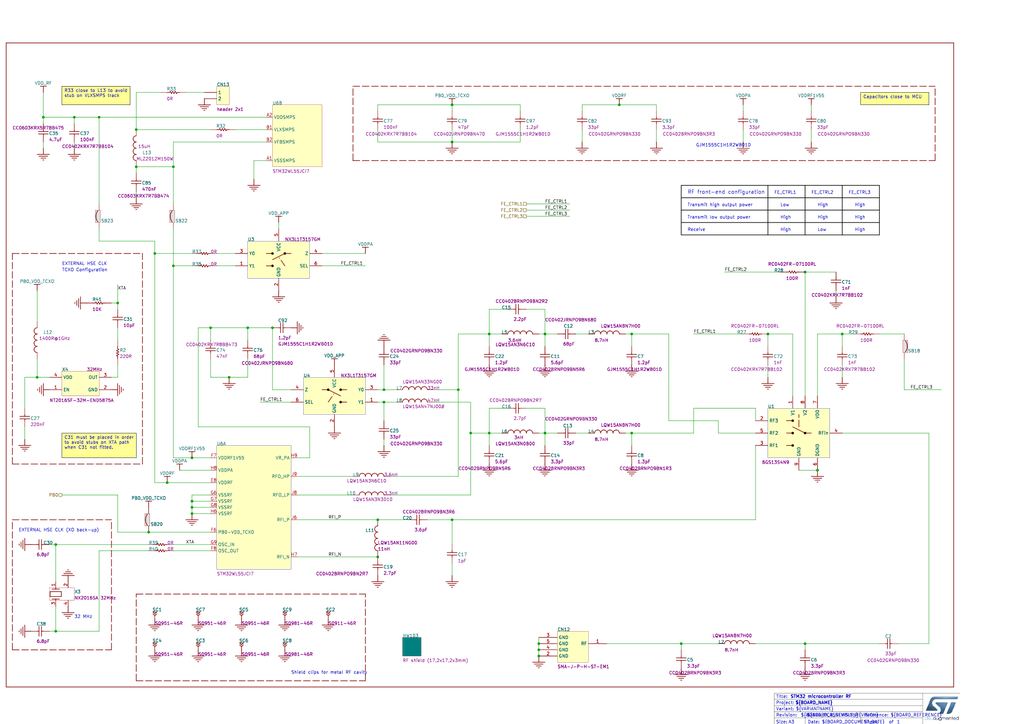
<source format=kicad_sch>
(kicad_sch (version 20231120) (generator "eeschema") (generator_version "8.0")
  (paper "A3")
  (title_block (title "STM32 microcontroller RF") (date "Not used") (rev "Not used") (company "STMicroelectronics"))
  (junction (at 185.42 58.2422))
  (junction (at 185.42 213.1822))
  (junction (at 22.86 223.3422))
  (junction (at 220.98 266.5222))
  (junction (at 157.48 164.9222))
  (junction (at 40.64 48.0822))
  (junction (at 330.2 263.9822))
  (junction (at 335.28 192.8622))
  (junction (at 193.04 177.6222))
  (junction (at 78.74 187.7822))
  (junction (at 330.2 111.5822))
  (junction (at 15.24 154.7622))
  (junction (at 68.58 197.9422))
  (junction (at 86.36 134.4422))
  (junction (at 63.5 103.9622))
  (junction (at 220.98 263.9822))
  (junction (at 279.4 263.9822))
  (junction (at 78.74 205.5622))
  (junction (at 55.88 53.1622))
  (junction (at 22.86 258.9022))
  (junction (at 223.52 136.9822))
  (junction (at 187.96 159.8422))
  (junction (at 254 43.0022))
  (junction (at 200.66 177.6222))
  (junction (at 185.42 43.0022))
  (junction (at 55.88 68.4022))
  (junction (at 157.48 159.8422))
  (junction (at 60.96 218.2622))
  (junction (at 30.48 48.0822))
  (junction (at 93.98 154.7622))
  (junction (at 78.74 210.6422))
  (junction (at 48.26 124.2822))
  (junction (at 345.44 136.9822))
  (junction (at 71.12 109.0422))
  (junction (at 154.94 228.4222))
  (junction (at 259.08 177.6222))
  (junction (at 78.74 208.1022))
  (junction (at 223.52 177.6222))
  (junction (at 259.08 136.9822))
  (junction (at 17.78 48.0822))
  (junction (at 220.98 269.0622))
  (junction (at 111.76 134.4422))
  (junction (at 101.6 134.4422))
  (junction (at 314.96 136.9822))
  (junction (at 154.94 213.1822))
  (junction (at 200.66 136.9822))
  (junction (at 71.12 68.4022))
  (polyline (pts (xy 45.72 266.5222) (xy 45.72 213.1822)) (stroke (width 0.254) (type dash) (color 128 0 0 1)))
  (wire (pts (xy 223.52 177.6222) (xy 223.52 182.7022)))
  (wire (pts (xy 22.86 258.9022) (xy 40.64 258.9022)))
  (wire (pts (xy 185.42 53.1622) (xy 185.42 58.2422)))
  (wire (pts (xy 259.08 177.6222) (xy 259.08 182.7022)))
  (wire (pts (xy 185.42 213.1822) (xy 185.42 223.3422)))
  (wire (pts (xy 187.96 195.4022) (xy 187.96 159.8422)))
  (wire (pts (xy 114.3 93.8022) (xy 114.3 91.2622)))
  (wire (pts (xy 342.9 119.2022) (xy 342.9 121.7422)))
  (wire (pts (xy 335.28 136.9822) (xy 345.44 136.9822)))
  (wire (pts (xy 332.74 43.0022) (xy 332.74 45.5422)))
  (wire (pts (xy 193.04 177.6222) (xy 200.66 177.6222)))
  (wire (pts (xy 345.44 136.9822) (xy 350.52 136.9822)))
  (wire (pts (xy 200.66 136.9822) (xy 205.74 136.9822)))
  (wire (pts (xy 101.6 154.7622) (xy 101.6 147.1422)))
  (polyline (pts (xy 2.54 17.6022) (xy 391.16 17.6022)) (stroke (width 0.254) (type solid) (color 128 0 0 1)))
  (polyline (pts (xy 330.2 76.0222) (xy 330.2 96.3422)) (stroke (width 0.254) (type solid) (color 0 0 0 1)))
  (wire (pts (xy 269.24 43.0022) (xy 269.24 45.5422)))
  (polyline (pts (xy 58.42 190.3222) (xy 58.42 103.9622)) (stroke (width 0.254) (type dash) (color 128 0 0 1)))
  (wire (pts (xy 185.42 213.1822) (xy 309.88 213.1822)))
  (wire (pts (xy 71.12 109.0422) (xy 71.12 93.8022)))
  (wire (pts (xy 259.08 136.9822) (xy 274.32 136.9822)))
  (wire (pts (xy 101.6 134.4422) (xy 101.6 139.5222)))
  (wire (pts (xy 193.04 203.0222) (xy 193.04 177.6222)))
  (wire (pts (xy 40.64 48.0822) (xy 40.64 83.6422)))
  (polyline (pts (xy 378.46 286.8422) (xy 317.5 286.8422)) (stroke (width 0.0254) (type solid) (color 0 0 0 1)))
  (wire (pts (xy 86.36 154.7622) (xy 93.98 154.7622)))
  (wire (pts (xy 88.9 109.0422) (xy 96.52 109.0422)))
  (wire (pts (xy 342.9 111.5822) (xy 330.2 111.5822)))
  (wire (pts (xy 86.36 53.1622) (xy 55.88 53.1622)))
  (wire (pts (xy 309.88 167.4622) (xy 309.88 172.5422)))
  (wire (pts (xy 241.3 177.6222) (xy 236.22 177.6222)))
  (wire (pts (xy 345.44 149.6822) (xy 345.44 154.7622)))
  (wire (pts (xy 200.66 126.8222) (xy 208.28 126.8222)))
  (wire (pts (xy 154.94 43.0022) (xy 154.94 45.5422)))
  (polyline (pts (xy 144.78 65.8622) (xy 144.78 35.3822)) (stroke (width 0.254) (type dash) (color 128 0 0 1)))
  (wire (pts (xy 48.26 139.5222) (xy 48.26 134.4422)))
  (polyline (pts (xy 383.54 65.8622) (xy 383.54 35.3822)) (stroke (width 0.254) (type dash) (color 128 0 0 1)))
  (wire (pts (xy 274.32 172.5422) (xy 294.64 172.5422)))
  (wire (pts (xy 63.5 103.9622) (xy 78.74 103.9622)))
  (wire (pts (xy 213.36 53.1622) (xy 213.36 58.2422)))
  (wire (pts (xy 10.16 175.0822) (xy 10.16 180.1622)))
  (wire (pts (xy 284.48 167.4622) (xy 309.88 167.4622)))
  (polyline (pts (xy 144.78 35.3822) (xy 383.54 35.3822)) (stroke (width 0.254) (type dash) (color 128 0 0 1)))
  (wire (pts (xy 256.54 136.9822) (xy 259.08 136.9822)))
  (polyline (pts (xy 55.88 279.2222) (xy 149.86 279.2222)) (stroke (width 0.254) (type dash) (color 128 0 0 1)))
  (wire (pts (xy 55.88 53.1622) (xy 55.88 37.9222)))
  (polyline (pts (xy 279.4 81.1022) (xy 360.68 81.1022)) (stroke (width 0.254) (type solid) (color 0 0 0 1)))
  (wire (pts (xy 304.8 43.0022) (xy 304.8 45.5422)))
  (wire (pts (xy 22.86 238.5822) (xy 22.86 223.3422)))
  (wire (pts (xy 284.48 177.6222) (xy 284.48 167.4622)))
  (wire (pts (xy 71.12 223.3422) (xy 86.36 223.3422)))
  (wire (pts (xy 370.84 147.1422) (xy 370.84 159.8422)))
  (wire (pts (xy 223.52 136.9822) (xy 223.52 142.0622)))
  (wire (pts (xy 78.74 210.6422) (xy 86.36 210.6422)))
  (wire (pts (xy 279.4 263.9822) (xy 294.64 263.9822)))
  (wire (pts (xy 220.98 266.5222) (xy 220.98 263.9822)))
  (wire (pts (xy 157.48 180.1622) (xy 157.48 182.7022)))
  (polyline (pts (xy 317.5 289.3822) (xy 378.46 289.3822)) (stroke (width 0.0254) (type solid) (color 0 0 0 1)))
  (wire (pts (xy 228.6 177.6222) (xy 223.52 177.6222)))
  (wire (pts (xy 223.52 167.4622) (xy 223.52 177.6222)))
  (wire (pts (xy 78.74 203.0222) (xy 78.74 205.5622)))
  (wire (pts (xy 86.36 203.0222) (xy 78.74 203.0222)))
  (wire (pts (xy 22.86 248.7422) (xy 22.86 258.9022)))
  (wire (pts (xy 314.96 136.9822) (xy 325.12 136.9822)))
  (wire (pts (xy 332.74 53.1622) (xy 332.74 58.2422)))
  (polyline (pts (xy 317.5 294.4622) (xy 378.46 294.4622)) (stroke (width 0.0254) (type solid) (color 0 0 0 1)))
  (wire (pts (xy 25.4 203.0222) (xy 48.26 203.0222)))
  (wire (pts (xy 68.58 197.9422) (xy 86.36 197.9422)))
  (wire (pts (xy 81.28 175.0822) (xy 81.28 134.4422)))
  (wire (pts (xy 104.14 65.8622) (xy 104.14 73.4822)))
  (wire (pts (xy 279.4 263.9822) (xy 279.4 266.5222)))
  (wire (pts (xy 175.26 213.1822) (xy 185.42 213.1822)))
  (wire (pts (xy 71.12 109.0422) (xy 78.74 109.0422)))
  (wire (pts (xy 238.76 53.1622) (xy 238.76 58.2422)))
  (wire (pts (xy 71.12 187.7822) (xy 71.12 109.0422)))
  (wire (pts (xy 200.66 142.0622) (xy 200.66 136.9822)))
  (wire (pts (xy 55.88 37.9222) (xy 66.04 37.9222)))
  (wire (pts (xy 154.94 159.8422) (xy 157.48 159.8422)))
  (wire (pts (xy 223.52 126.8222) (xy 223.52 136.9822)))
  (polyline (pts (xy 55.88 279.2222) (xy 55.88 243.6622)) (stroke (width 0.254) (type dash) (color 128 0 0 1)))
  (wire (pts (xy 71.12 68.4022) (xy 71.12 58.2422)))
  (wire (pts (xy 78.74 187.7822) (xy 71.12 187.7822)))
  (wire (pts (xy 111.76 134.4422) (xy 111.76 159.8422)))
  (wire (pts (xy 200.66 177.6222) (xy 205.74 177.6222)))
  (polyline (pts (xy 391.16 281.7622) (xy 391.16 17.6022)) (stroke (width 0.254) (type solid) (color 128 0 0 1)))
  (wire (pts (xy 154.94 213.1822) (xy 167.64 213.1822)))
  (polyline (pts (xy 378.46 284.3022) (xy 378.46 297.0022)) (stroke (width 0.0254) (type solid) (color 0 0 0 1)))
  (wire (pts (xy 200.66 182.7022) (xy 200.66 177.6222)))
  (wire (pts (xy 71.12 68.4022) (xy 55.88 68.4022)))
  (wire (pts (xy 121.92 195.4022) (xy 144.78 195.4022)))
  (wire (pts (xy 127 175.0822) (xy 81.28 175.0822)))
  (wire (pts (xy 86.36 147.1422) (xy 86.36 154.7622)))
  (wire (pts (xy 368.3 263.9822) (xy 381 263.9822)))
  (wire (pts (xy 259.08 177.6222) (xy 284.48 177.6222)))
  (wire (pts (xy 220.98 263.9822) (xy 220.98 261.4422)))
  (polyline (pts (xy 345.44 76.0222) (xy 345.44 96.3422)) (stroke (width 0.254) (type solid) (color 0 0 0 1)))
  (wire (pts (xy 177.8 164.9222) (xy 193.04 164.9222)))
  (wire (pts (xy 40.64 98.8822) (xy 63.5 98.8822)))
  (wire (pts (xy 78.74 205.5622) (xy 86.36 205.5622)))
  (wire (pts (xy 93.98 154.7622) (xy 101.6 154.7622)))
  (wire (pts (xy 185.42 43.0022) (xy 154.94 43.0022)))
  (wire (pts (xy 220.98 269.0622) (xy 220.98 266.5222)))
  (wire (pts (xy 109.22 65.8622) (xy 104.14 65.8622)))
  (wire (pts (xy 213.36 43.0022) (xy 213.36 45.5422)))
  (polyline (pts (xy 314.96 76.0222) (xy 314.96 96.3422)) (stroke (width 0.254) (type solid) (color 0 0 0 1)))
  (wire (pts (xy 78.74 208.1022) (xy 78.74 210.6422)))
  (wire (pts (xy 86.36 208.1022) (xy 78.74 208.1022)))
  (polyline (pts (xy 144.78 65.8622) (xy 383.54 65.8622)) (stroke (width 0.254) (type dash) (color 128 0 0 1)))
  (wire (pts (xy 213.36 58.2422) (xy 185.42 58.2422)))
  (wire (pts (xy 96.52 53.1622) (xy 109.22 53.1622)))
  (wire (pts (xy 20.32 154.7622) (xy 15.24 154.7622)))
  (wire (pts (xy 86.36 134.4422) (xy 101.6 134.4422)))
  (wire (pts (xy 48.26 154.7622) (xy 45.72 154.7622)))
  (wire (pts (xy 314.96 142.0622) (xy 314.96 136.9822)))
  (wire (pts (xy 200.66 167.4622) (xy 208.28 167.4622)))
  (wire (pts (xy 111.76 159.8422) (xy 119.38 159.8422)))
  (wire (pts (xy 177.8 159.8422) (xy 187.96 159.8422)))
  (wire (pts (xy 40.64 93.8022) (xy 40.64 98.8822)))
  (polyline (pts (xy 2.54 281.7622) (xy 391.16 281.7622)) (stroke (width 0.254) (type solid) (color 128 0 0 1)))
  (polyline (pts (xy 279.4 96.3422) (xy 360.68 96.3422)) (stroke (width 0.254) (type solid) (color 0 0 0 1)))
  (polyline (pts (xy 279.4 86.1822) (xy 360.68 86.1822)) (stroke (width 0.254) (type solid) (color 0 0 0 1)))
  (wire (pts (xy 30.48 48.0822) (xy 40.64 48.0822)))
  (wire (pts (xy 335.28 162.3822) (xy 335.28 136.9822)))
  (polyline (pts (xy 5.08 266.5222) (xy 5.08 213.1822)) (stroke (width 0.254) (type dash) (color 128 0 0 1)))
  (polyline (pts (xy 5.08 213.1822) (xy 45.72 213.1822)) (stroke (width 0.254) (type dash) (color 128 0 0 1)))
  (wire (pts (xy 55.88 68.4022) (xy 55.88 70.9422)))
  (wire (pts (xy 381 263.9822) (xy 381 177.6222)))
  (polyline (pts (xy 360.68 76.0222) (xy 360.68 96.3422)) (stroke (width 0.254) (type solid) (color 0 0 0 1)))
  (wire (pts (xy 78.74 205.5622) (xy 78.74 208.1022)))
  (polyline (pts (xy 353.06 291.9222) (xy 353.06 297.0022)) (stroke (width 0.0254) (type solid) (color 0 0 0 1)))
  (polyline (pts (xy 317.5 284.3022) (xy 317.5 297.0022)) (stroke (width 0.0254) (type solid) (color 0 0 0 1)))
  (wire (pts (xy 55.88 78.5622) (xy 55.88 81.1022)))
  (wire (pts (xy 63.5 98.8822) (xy 63.5 103.9622)))
  (wire (pts (xy 71.12 58.2422) (xy 109.22 58.2422)))
  (wire (pts (xy 132.08 109.0422) (xy 149.86 109.0422)))
  (wire (pts (xy 101.6 134.4422) (xy 111.76 134.4422)))
  (wire (pts (xy 185.42 58.2422) (xy 154.94 58.2422)))
  (wire (pts (xy 259.08 142.0622) (xy 259.08 136.9822)))
  (wire (pts (xy 40.64 48.0822) (xy 109.22 48.0822)))
  (wire (pts (xy 200.66 177.6222) (xy 200.66 167.4622)))
  (wire (pts (xy 241.3 136.9822) (xy 236.22 136.9822)))
  (wire (pts (xy 10.16 167.4622) (xy 10.16 154.7622)))
  (wire (pts (xy 330.2 263.9822) (xy 360.68 263.9822)))
  (wire (pts (xy 238.76 43.0022) (xy 254 43.0022)))
  (wire (pts (xy 157.48 159.8422) (xy 162.56 159.8422)))
  (wire (pts (xy 215.9 88.7222) (xy 233.68 88.7222)))
  (wire (pts (xy 60.96 223.3422) (xy 22.86 223.3422)))
  (polyline (pts (xy 330.2 294.4622) (xy 330.2 297.0022)) (stroke (width 0.0254) (type solid) (color 0 0 0 1)))
  (polyline (pts (xy 279.4 91.2622) (xy 360.68 91.2622)) (stroke (width 0.254) (type solid) (color 0 0 0 1)))
  (polyline (pts (xy 55.88 243.6622) (xy 149.86 243.6622)) (stroke (width 0.254) (type dash) (color 128 0 0 1)))
  (wire (pts (xy 127 187.7822) (xy 127 175.0822)))
  (wire (pts (xy 274.32 136.9822) (xy 274.32 172.5422)))
  (wire (pts (xy 71.12 225.8822) (xy 86.36 225.8822)))
  (polyline (pts (xy 149.86 279.2222) (xy 149.86 243.6622)) (stroke (width 0.254) (type dash) (color 128 0 0 1)))
  (wire (pts (xy 63.5 197.9422) (xy 68.58 197.9422)))
  (wire (pts (xy 381 177.6222) (xy 345.44 177.6222)))
  (wire (pts (xy 187.96 159.8422) (xy 187.96 136.9822)))
  (wire (pts (xy 314.96 149.6822) (xy 314.96 154.7622)))
  (wire (pts (xy 370.84 159.8422) (xy 386.08 159.8422)))
  (wire (pts (xy 254 43.0022) (xy 269.24 43.0022)))
  (wire (pts (xy 215.9 167.4622) (xy 223.52 167.4622)))
  (wire (pts (xy 10.16 154.7622) (xy 15.24 154.7622)))
  (wire (pts (xy 48.26 203.0222) (xy 48.26 218.2622)))
  (polyline (pts (xy 5.08 266.5222) (xy 45.72 266.5222)) (stroke (width 0.254) (type dash) (color 128 0 0 1)))
  (polyline (pts (xy 317.5 291.9222) (xy 378.46 291.9222)) (stroke (width 0.0254) (type solid) (color 0 0 0 1)))
  (wire (pts (xy 325.12 136.9822) (xy 325.12 162.3822)))
  (wire (pts (xy 17.78 48.0822) (xy 30.48 48.0822)))
  (wire (pts (xy 48.26 126.8222) (xy 48.26 124.2822)))
  (wire (pts (xy 121.92 187.7822) (xy 127 187.7822)))
  (wire (pts (xy 15.24 119.2022) (xy 15.24 131.9022)))
  (wire (pts (xy 269.24 53.1622) (xy 269.24 58.2422)))
  (wire (pts (xy 45.72 124.2822) (xy 48.26 124.2822)))
  (wire (pts (xy 30.48 58.2422) (xy 30.48 60.7822)))
  (polyline (pts (xy 2.54 281.7622) (xy 2.54 17.6022)) (stroke (width 0.254) (type solid) (color 128 0 0 1)))
  (wire (pts (xy 157.48 149.6822) (xy 157.48 159.8422)))
  (wire (pts (xy 187.96 136.9822) (xy 200.66 136.9822)))
  (wire (pts (xy 185.42 230.9622) (xy 185.42 236.0422)))
  (wire (pts (xy 215.9 126.8222) (xy 223.52 126.8222)))
  (wire (pts (xy 228.6 136.9822) (xy 223.52 136.9822)))
  (wire (pts (xy 160.02 203.0222) (xy 193.04 203.0222)))
  (polyline (pts (xy 393.7 284.3022) (xy 317.5 284.3022)) (stroke (width 0.0254) (type solid) (color 0 0 0 1)))
  (wire (pts (xy 223.52 177.6222) (xy 220.98 177.6222)))
  (wire (pts (xy 17.78 48.0822) (xy 17.78 50.6222)))
  (wire (pts (xy 40.64 225.8822) (xy 60.96 225.8822)))
  (polyline (pts (xy 279.4 76.0222) (xy 279.4 96.3422)) (stroke (width 0.254) (type solid) (color 0 0 0 1)))
  (wire (pts (xy 345.44 136.9822) (xy 345.44 142.0622)))
  (wire (pts (xy 86.36 187.7822) (xy 78.74 187.7822)))
  (wire (pts (xy 327.66 192.8622) (xy 335.28 192.8622)))
  (wire (pts (xy 48.26 218.2622) (xy 60.96 218.2622)))
  (wire (pts (xy 88.9 103.9622) (xy 96.52 103.9622)))
  (wire (pts (xy 63.5 103.9622) (xy 63.5 197.9422)))
  (wire (pts (xy 17.78 37.9222) (xy 17.78 48.0822)))
  (wire (pts (xy 320.04 111.5822) (xy 297.18 111.5822)))
  (wire (pts (xy 330.2 111.5822) (xy 330.2 162.3822)))
  (wire (pts (xy 48.26 149.6822) (xy 48.26 154.7622)))
  (wire (pts (xy 360.68 136.9822) (xy 370.84 136.9822)))
  (wire (pts (xy 160.02 195.4022) (xy 187.96 195.4022)))
  (wire (pts (xy 22.86 223.3422) (xy 20.32 223.3422)))
  (wire (pts (xy 185.42 43.0022) (xy 213.36 43.0022)))
  (wire (pts (xy 154.94 228.4222) (xy 121.92 228.4222)))
  (polyline (pts (xy 5.08 190.3222) (xy 5.08 103.9622)) (stroke (width 0.254) (type dash) (color 128 0 0 1)))
  (wire (pts (xy 154.94 58.2422) (xy 154.94 53.1622)))
  (wire (pts (xy 71.12 83.6422) (xy 71.12 68.4022)))
  (polyline (pts (xy 279.4 76.0222) (xy 360.68 76.0222)) (stroke (width 0.254) (type solid) (color 0 0 0 1)))
  (wire (pts (xy 304.8 53.1622) (xy 304.8 58.2422)))
  (wire (pts (xy 157.48 172.5422) (xy 157.48 164.9222)))
  (wire (pts (xy 256.54 177.6222) (xy 259.08 177.6222)))
  (wire (pts (xy 330.2 266.5222) (xy 330.2 263.9822)))
  (wire (pts (xy 157.48 164.9222) (xy 162.56 164.9222)))
  (wire (pts (xy 121.92 213.1822) (xy 154.94 213.1822)))
  (wire (pts (xy 86.36 134.4422) (xy 86.36 139.5222)))
  (wire (pts (xy 304.8 136.9822) (xy 284.48 136.9822)))
  (wire (pts (xy 215.9 86.1822) (xy 233.68 86.1822)))
  (wire (pts (xy 17.78 58.2422) (xy 17.78 60.7822)))
  (wire (pts (xy 279.4 263.9822) (xy 248.92 263.9822)))
  (wire (pts (xy 81.28 134.4422) (xy 86.36 134.4422)))
  (wire (pts (xy 223.52 136.9822) (xy 220.98 136.9822)))
  (wire (pts (xy 309.88 213.1822) (xy 309.88 182.7022)))
  (wire (pts (xy 215.9 83.6422) (xy 233.68 83.6422)))
  (wire (pts (xy 121.92 203.0222) (xy 144.78 203.0222)))
  (wire (pts (xy 294.64 177.6222) (xy 309.88 177.6222)))
  (polyline (pts (xy 5.08 103.9622) (xy 58.42 103.9622)) (stroke (width 0.254) (type dash) (color 128 0 0 1)))
  (wire (pts (xy 86.36 192.8622) (xy 73.66 192.8622)))
  (wire (pts (xy 20.32 258.9022) (xy 22.86 258.9022)))
  (wire (pts (xy 132.08 103.9622) (xy 149.86 103.9622)))
  (wire (pts (xy 200.66 136.9822) (xy 200.66 126.8222)))
  (wire (pts (xy 48.26 124.2822) (xy 48.26 116.6622)))
  (wire (pts (xy 15.24 154.7622) (xy 15.24 147.1422)))
  (wire (pts (xy 76.2 37.9222) (xy 83.82 37.9222)))
  (wire (pts (xy 60.96 218.2622) (xy 86.36 218.2622)))
  (wire (pts (xy 154.94 164.9222) (xy 157.48 164.9222)))
  (wire (pts (xy 40.64 258.9022) (xy 40.64 225.8822)))
  (wire (pts (xy 294.64 172.5422) (xy 294.64 177.6222)))
  (wire (pts (xy 185.42 45.5422) (xy 185.42 43.0022)))
  (wire (pts (xy 309.88 263.9822) (xy 330.2 263.9822)))
  (wire (pts (xy 193.04 164.9222) (xy 193.04 177.6222)))
  (polyline (pts (xy 5.08 190.3222) (xy 58.42 190.3222)) (stroke (width 0.254) (type dash) (color 128 0 0 1)))
  (wire (pts (xy 119.38 164.9222) (xy 106.68 164.9222)))
  (wire (pts (xy 30.48 48.0822) (xy 30.48 50.6222)))
  (wire (pts (xy 238.76 45.5422) (xy 238.76 43.0022)))
  (image (at 386.041 290.6522) (scale 1.15385))
  (text_box "GJM1555C1H1R2WB01D" (at 310.618 57.7342 0) (size -26.138 3.048) (stroke (width -0.0001) (color 0 0 0 1)) (fill (type color) (color 255 255 255 1)) (effects (font (size 1.27 1.27)) (justify left top)))
  (text_box "R33 close to L13 to avoid stub on VLXSMPS track" (at 53.34 35.3822 0) (size -27.94 7.62) (stroke (width 0) (color 0 0 0 1)) (fill (type color) (color 255 255 150 1)) (effects (font (size 1.27 1.27)) (justify left top)))
  (text_box "C31 must be placed in order to avoid stubs on XTA path when C31 not fitted.\n" (at 55.88 177.6222 0) (size -30.48 10.16) (stroke (width 0) (color 0 0 0 1)) (fill (type color) (color 255 255 150 1)) (effects (font (size 1.27 1.27)) (justify left top)))
  (text_box "Capacitors close to MCU" (at 381 37.9222 0) (size -27.94 5.08) (stroke (width 0) (color 0 0 0 1)) (fill (type color) (color 255 255 150 1)) (effects (font (size 1.27 1.27)) (justify left top)))
  (text "Title:" (at 318.262 286.5882 0) (effects (font (size 1.27 1.27)) (justify left bottom)))
  (text "${#}" (at 361.188 297.0022 0) (effects (font (size 1.27 1.27)) (justify left bottom)))
  (text "High" (at 350.52 84.9122 0) (effects (font (size 1.27 1.27)) (justify left bottom)))
  (text "A3" (at 323.342 297.0022 0) (effects (font (size 1.27 1.27)) (justify left bottom)))
  (text "Low" (at 335.28 95.0722 0) (effects (font (size 1.27 1.27)) (justify left bottom)))
  (text "${BOARD_ASSEMBLY_REVISION}" (at 330.962 294.2082 0) (effects (font (size 1.27 1.27)) (justify left bottom)))
  (text "RF front-end configuration" (at 281.94 79.8322 0) (effects (font (size 1.524 1.524)) (justify left bottom)))
  (text "Receive" (at 281.94 95.0722 0) (effects (font (size 1.27 1.27)) (justify left bottom)))
  (text "Sheet:" (at 354.33 297.0022 0) (effects (font (size 1.27 1.27)) (justify left bottom)))
  (text "Transmit low output power" (at 281.94 89.9922 0) (effects (font (size 1.27 1.27)) (justify left bottom)))
  (text "Shield clips for metal RF cavity" (at 119.38 276.6822 0) (effects (font (size 1.27 1.27)) (justify left bottom)))
  (text "-" (at 330.2 294.2082 0) (effects (font (size 1.27 1.27)) (justify left bottom)))
  (text "${VARIANTNAME}" (at 326.39 291.6682 0) (effects (font (size 1.27 1.27)) (justify left bottom)))
  (text "High" (at 320.04 95.0722 0) (effects (font (size 1.27 1.27)) (justify left bottom)))
  (text "Transmit high output power" (at 281.94 84.9122 0) (effects (font (size 1.27 1.27)) (justify left bottom)))
  (text "FE_CTRL3" (at 347.98 79.8322 0) (effects (font (size 1.27 1.27)) (justify left bottom)))
  (text "FE_CTRL2" (at 332.74 79.8322 0) (effects (font (size 1.27 1.27)) (justify left bottom)))
  (text "FE_CTRL1" (at 317.5 79.8322 0) (effects (font (size 1.27 1.27)) (justify left bottom)))
  (text "Reference:" (at 354.33 294.2082 0) (effects (font (size 1.27 1.27)) (justify left bottom)))
  (text "${TITLE}" (at 324.104 286.5882 0) (effects (font (size 1.27 1.27) (bold yes)) (justify left bottom)))
  (text "of" (at 364.49 297.0022 0) (effects (font (size 1.27 1.27)) (justify left bottom)))
  (text "Date:" (at 331.216 297.0022 0) (effects (font (size 1.27 1.27)) (justify left bottom)))
  (text "Revision:" (at 318.262 294.2082 0) (effects (font (size 1.27 1.27)) (justify left bottom)))
  (text "High" (at 335.28 84.9122 0) (effects (font (size 1.27 1.27)) (justify left bottom)))
  (text "High" (at 335.28 89.9922 0) (effects (font (size 1.27 1.27)) (justify left bottom)))
  (text "Variant:" (at 318.262 291.6682 0) (effects (font (size 1.27 1.27)) (justify left bottom)))
  (text "High" (at 350.52 89.9922 0) (effects (font (size 1.27 1.27)) (justify left bottom)))
  (text "32 MHz" (at 30.48 253.8222 0) (effects (font (size 1.27 1.27)) (justify left bottom)))
  (text "${BOARD_REFERENCE}" (at 365.252 294.2082 0) (effects (font (size 1.27 1.27)) (justify left bottom)))
  (text "Low" (at 320.04 84.9122 0) (effects (font (size 1.27 1.27)) (justify left bottom)))
  (text "Size:" (at 318.262 297.0022 0) (effects (font (size 1.27 1.27)) (justify left bottom)))
  (text "Project:" (at 318.262 289.1282 0) (effects (font (size 1.27 1.27)) (justify left bottom)))
  (text "High" (at 350.52 95.0722 0) (effects (font (size 1.27 1.27)) (justify left bottom)))
  (text "${##}" (at 367.792 297.0022 0) (effects (font (size 1.27 1.27)) (justify left bottom)))
  (text "${BOARD_DOCUMENT_DATE}" (at 337.058 297.0022 0) (effects (font (size 1.27 1.27)) (justify left bottom)))
  (text "${BOARD_NAME}" (at 326.136 289.1282 0) (effects (font (size 1.27 1.27) (bold yes)) (justify left bottom)))
  (text "High" (at 320.04 89.9922 0) (effects (font (size 1.27 1.27)) (justify left bottom)))
  (text "EXTERNAL HSE CLK (XO back-up)" (at 7.62 218.2622 0) (effects (font (size 1.27 1.27)) (justify left bottom)))
  (text "${BOARD_PCB_REVISION}" (at 328.422 294.2082 0) (effects (font (size 1.27 1.27)) (justify left bottom)))
  (text "TCXO Configuration" (at 25.4 111.5822 0) (effects (font (size 1.27 1.27)) (justify left bottom)))
  (text "EXTERNAL HSE CLK" (at 25.4 109.0422 0) (effects (font (size 1.27 1.27)) (justify left bottom)))
  (label "XTA" (at 76.2 223.3422 0))
  (label "RFI_P" (at 134.62 213.1822 0))
  (label "XTA" (at 48.26 119.2022 0))
  (label "FE_CTRL1" (at 223.52 83.6422 0))
  (label "FE_CTRL2" (at 223.52 86.1822 0))
  (label "FE_CTRL3" (at 373.38 159.8422 0))
  (label "FE_CTRL2" (at 297.18 111.5822 0))
  (label "RFI_N" (at 134.62 228.4222 0))
  (label "FE_CTRL3" (at 223.52 88.7222 0))
  (label "FE_CTRL1" (at 106.68 164.9222 0))
  (label "FE_CTRL1" (at 139.7 109.0422 0))
  (label "FE_CTRL1" (at 284.48 136.9822 0))
  (hierarchical_label "PB0" (shape passive) (at 25.4 203.0222 180))
  (hierarchical_label "FE_CTRL3" (shape passive) (at 215.9 88.7222 180))
  (hierarchical_label "FE_CTRL1" (shape passive) (at 215.9 83.6422 180))
  (hierarchical_label "FE_CTRL2" (shape passive) (at 215.9 86.1822 180))
  (symbol (lib_id "MB1389-altium-import:U_STM32_microcontroller_RF_0_Inductor") (at 208.28 134.4422 0) (unit 1)
    (property "Reference" "L5" (at 205.74 136.9822 0) (effects (justify left bottom)))
    (property "Value" "Inductor" (effects (hide yes)))
    (property "Footprint" "IND_0402_MURATA_LQW15AN_H0P5" (effects (hide yes)))
    (property "Description" "0402 inductor, 3.6nH +/-0.2nH, 900mA max, 0.04 ohm DC max, Q min = 30" (effects (hide yes)))
    (property "INTERNAL_PART_NUMBER" "MCD-01762" (effects (hide yes)))
    (property "ALTIUM_VALUE" "3.6nH" (at 208.28 140.2842 0) (effects (justify left bottom)))
    (property "STATUS" "Released" (effects (hide yes)))
    (property "PART_PREFERENCE" "Recommended" (effects (hide yes)))
    (property "PART_TYPE" "Inductor" (effects (hide yes)))
    (property "MANUFACTURER" "MURATA" (effects (hide yes)))
    (property "MANUFACTURER_PART_NUMBER" "LQW15AN3N6C10" (at 203.2 142.0622 0) (effects (justify left bottom)))
    (property "PACKAGE" "L0402" (effects (hide yes)))
    (property "COMPONENTLINK1DESCRIPTION" "Datasheet" (effects (hide yes)))
    (property "COMPONENTLINK1URL" "http://tunmcdsvn.tun.st.com/Component_Datasheet_Library/Trunk/Inductors/Murata_inductor_LQW15ANseries" (effects (hide yes)))
  )
  (symbol (lib_id "MB1389-altium-import:U_STM32_microcontroller_RF_0_Shield-clip_S0951-46R") (at 99.06 266.5222 0) (unit 1)
    (property "Reference" "SC6" (at 98.044 263.4742 0) (effects (justify left bottom)))
    (property "Footprint" "CLIP_HARWIN_S0951-46R" (effects (hide yes)))
    (property "Description" "shield clip Harwin S0951-46R to fix RF shielded cavity" (effects (hide yes)))
    (property "INTERNAL_PART_NUMBER" "MCD-01587" (effects (hide yes)))
    (property "ALTIUM_VALUE" "S0951-46R" (at 99.06 269.0622 0) (effects (justify left bottom)))
    (property "STATUS" "Footprint available" (effects (hide yes)))
    (property "PART_TYPE" "Connector" (effects (hide yes)))
    (property "MANUFACTURER_PART_NUMBER" "S0951-46R" (effects (hide yes)))
    (property "MANUFACTURER" "HARWIN" (effects (hide yes)))
    (property "PACKAGE" "na" (effects (hide yes)))
    (property "COMPONENTLINK1DESCRIPTION" "Datasheet" (effects (hide yes)))
    (property "COMPONENTLINK1URL" "http://tunmcdsvn.tun.st.com/Component_Datasheet_Library/Trunk/Connectors/Harwin_Shield-clip_S0951-46R" (effects (hide yes)))
    (property "ECCN_US" "tbd" (effects (hide yes)))
    (property "ECCN_EU" "tbd" (effects (hide yes)))
    (property "PROVIDED_BY" "SUBCO" (effects (hide yes)))
  )
  (symbol (lib_id "MB1389-altium-import:U_STM32_microcontroller_RF_0_Shield-clip_S0951-46R") (at 81.28 266.5222 0) (unit 1)
    (property "Reference" "SC3" (at 80.264 263.4742 0) (effects (justify left bottom)))
    (property "Footprint" "CLIP_HARWIN_S0951-46R" (effects (hide yes)))
    (property "Description" "shield clip Harwin S0951-46R to fix RF shielded cavity" (effects (hide yes)))
    (property "INTERNAL_PART_NUMBER" "MCD-01587" (effects (hide yes)))
    (property "ALTIUM_VALUE" "S0951-46R" (at 81.28 269.0622 0) (effects (justify left bottom)))
    (property "STATUS" "Footprint available" (effects (hide yes)))
    (property "PART_TYPE" "Connector" (effects (hide yes)))
    (property "MANUFACTURER_PART_NUMBER" "S0951-46R" (effects (hide yes)))
    (property "MANUFACTURER" "HARWIN" (effects (hide yes)))
    (property "PACKAGE" "na" (effects (hide yes)))
    (property "COMPONENTLINK1DESCRIPTION" "Datasheet" (effects (hide yes)))
    (property "COMPONENTLINK1URL" "http://tunmcdsvn.tun.st.com/Component_Datasheet_Library/Trunk/Connectors/Harwin_Shield-clip_S0951-46R" (effects (hide yes)))
    (property "ECCN_US" "tbd" (effects (hide yes)))
    (property "ECCN_EU" "tbd" (effects (hide yes)))
    (property "PROVIDED_BY" "SUBCO" (effects (hide yes)))
  )
  (symbol (lib_id "MB1389-altium-import:U_STM32_microcontroller_RF_0_XTAL_4_PINS") (at 25.4 243.6622 0) (unit 1)
    (property "Reference" "X3" (at 30.48 243.4082 0) (effects (justify left bottom)))
    (property "Footprint" "CRY_NX2016SA_4P" (effects (hide yes)))
    (property "Description" "Crystal 32MHz, 10pF, +-10 ppm, 50ohm max, SMD" (effects (hide yes)))
    (property "INTERNAL_PART_NUMBER" "MCD-01507" (effects (hide yes)))
    (property "ALTIUM_VALUE" "NX2016SA 32MHz" (at 30.48 245.9482 0) (effects (justify left bottom)))
    (property "STATUS" "Footprint available" (effects (hide yes)))
    (property "PART_TYPE" "Crystal_Osc" (effects (hide yes)))
    (property "MANUFACTURER_PART_NUMBER" "NX2016SA 32MHz EXS00A-CS06465" (effects (hide yes)))
    (property "MANUFACTURER" "NDK" (effects (hide yes)))
    (property "PACKAGE" "NX2016SA" (effects (hide yes)))
    (property "COMPONENTLINK1DESCRIPTION" "Datasheet" (effects (hide yes)))
    (property "COMPONENTLINK1URL" "http://tunmcdsvn.tun.st.com/Component_Datasheet_Library/Trunk/Crystal_Osc/NDK_NX2016SA 32MHz EXS00A-CS06465" (effects (hide yes)))
    (property "PROVIDED_BY" "SUBCO" (effects (hide yes)))
    (property "ORDER_CODE_DIGIKEY" "644-1300" (effects (hide yes)))
    (property "ECCN_US" "EAR99" (effects (hide yes)))
    (property "ECCN_EU" "NEC" (effects (hide yes)))
  )
  (symbol (lib_id "MB1389-altium-import:U_STM32_microcontroller_RF_3_SB_ON") (at 373.38 139.5222 0) (unit 1)
    (property "Reference" "SB18" (at 372.364 144.6022 0) (effects (justify left bottom)))
    (property "Footprint" "SOLDER-BRIDGE_R0603-0R" (effects (hide yes)))
    (property "Description" "Solder Bridge ON" (effects (hide yes)))
    (property "INTERNAL_PART_NUMBER" "MCD-00071" (effects (hide yes)))
    (property "PROVIDED_BY" "SUBCO" (effects (hide yes)))
    (property "STATUS" "Released" (effects (hide yes)))
    (property "PART_TYPE" "Mechanical" (effects (hide yes)))
    (property "MANUFACTURER_PART_NUMBER" "RC0603JR-070RL" (effects (hide yes)))
    (property "MANUFACTURER" "YAGEO" (effects (hide yes)))
    (property "PACKAGE" "SB0603" (effects (hide yes)))
    (property "COMPONENTLINK1DESCRIPTION" "Datasheet" (effects (hide yes)))
    (property "COMPONENTLINK1URL" "http://tunmcdsvn.tun.st.com/Component_Datasheet_Library/Trunk/Resistors/Yageo_Resistor_RC0603-series" (effects (hide yes)))
    (property "ECCN_US" "n/a" (effects (hide yes)))
    (property "ECCN_EU" "n/a" (effects (hide yes)))
  )
  (symbol (lib_id "MB1389-altium-import:GND_POWER_GROUND") (at 157.48 182.7022 0) (unit 1)
    (property "Reference" "#PWR?" (effects (hide yes)))
    (property "Value" "GND" (effects (hide yes)))
  )
  (symbol (lib_id "MB1389-altium-import:U_STM32_microcontroller_RF_0_STM32WL5x_BGA73") (at 111.76 43.0022 0) (unit 2)
    (property "Reference" "U6" (at 111.76 43.0022 0) (effects (justify left bottom)))
    (property "Footprint" "ICC_UFBGA73_5X5_P050" (effects (hide yes)))
    (property "Description" "Multiprotocol Wireless 32-bit MCUwith LPWAN Sub-GHz radio solution" (effects (hide yes)))
    (property "INTERNAL_PART_NUMBER" "MCD-01435" (effects (hide yes)))
    (property "ALTIUM_VALUE" "STM32WL55JCI7" (at 111.76 70.9422 0) (effects (justify left bottom)))
    (property "STATUS" "Footprint available" (effects (hide yes)))
    (property "PART_TYPE" "IC" (effects (hide yes)))
    (property "MANUFACTURER_PART_NUMBER" "STM32WL55JCI7" (effects (hide yes)))
    (property "MANUFACTURER" "STMICROELECTRONICS" (effects (hide yes)))
    (property "PACKAGE" "UFBGA73" (effects (hide yes)))
    (property "COMPONENTLINK1DESCRIPTION" "Datasheet" (effects (hide yes)))
    (property "COMPONENTLINK1URL" "http://tunmcdsvn.tun.st.com/Component_Datasheet_Library/Trunk/IC/STM_STM32WL5x" (effects (hide yes)))
    (property "PROVIDED_BY" "n/a" (effects (hide yes)))
    (property "ECCN_US" "tbd" (effects (hide yes)))
    (property "ECCN_EU" "tbd" (effects (hide yes)))
  )
  (symbol (lib_id "MB1389-altium-import:U_STM32_microcontroller_RF_1_SB_ON") (at 38.1 91.2622 0) (unit 1)
    (property "Reference" "SB23" (at 41.402 91.2622 0) (effects (justify left bottom)))
    (property "Footprint" "SOLDER-BRIDGE_R0603-0R" (effects (hide yes)))
    (property "Description" "Solder Bridge ON" (effects (hide yes)))
    (property "INTERNAL_PART_NUMBER" "MCD-00071" (effects (hide yes)))
    (property "PROVIDED_BY" "SUBCO" (effects (hide yes)))
    (property "STATUS" "Released" (effects (hide yes)))
    (property "PART_TYPE" "Mechanical" (effects (hide yes)))
    (property "MANUFACTURER_PART_NUMBER" "RC0603JR-070RL" (effects (hide yes)))
    (property "MANUFACTURER" "YAGEO" (effects (hide yes)))
    (property "PACKAGE" "SB0603" (effects (hide yes)))
    (property "COMPONENTLINK1DESCRIPTION" "Datasheet" (effects (hide yes)))
    (property "COMPONENTLINK1URL" "http://tunmcdsvn.tun.st.com/Component_Datasheet_Library/Trunk/Resistors/Yageo_Resistor_RC0603-series" (effects (hide yes)))
    (property "ECCN_US" "n/a" (effects (hide yes)))
    (property "ECCN_EU" "n/a" (effects (hide yes)))
  )
  (symbol (lib_id "MB1389-altium-import:GND_POWER_GROUND") (at 137.16 175.0822 0) (unit 1)
    (property "Reference" "#PWR?" (effects (hide yes)))
    (property "Value" "GND" (effects (hide yes)))
  )
  (symbol (lib_id "MB1389-altium-import:U_STM32_microcontroller_RF_0_Resistor") (at 307.34 134.4422 0) (unit 1)
    (property "Reference" "R27" (at 302.26 136.9822 0) (effects (justify left bottom)))
    (property "Footprint" "R0402" (effects (hide yes)))
    (property "Description" "Resistor,100R,0402,1%,1/16W" (effects (hide yes)))
    (property "INTERNAL_PART_NUMBER" "MCD-00119" (effects (hide yes)))
    (property "ALTIUM_VALUE" "100R" (at 307.086 140.2842 0) (effects (justify left bottom)))
    (property "STATUS" "Released" (effects (hide yes)))
    (property "PART_TYPE" "Resistor" (effects (hide yes)))
    (property "MANUFACTURER_PART_NUMBER" "RC0402FR-07100RL" (at 299.72 134.4422 0) (effects (justify left bottom)))
    (property "MANUFACTURER" "YAGEO" (effects (hide yes)))
    (property "PACKAGE" "R0402" (effects (hide yes)))
    (property "COMPONENTLINK1DESCRIPTION" "Datasheet" (effects (hide yes)))
    (property "COMPONENTLINK1URL" "http://tunmcdsvn.tun.st.com/Component_Datasheet_Library/Trunk/Resistors/Yageo_Resistor_RC0402-series" (effects (hide yes)))
    (property "PROVIDED_BY" "SUBCO" (effects (hide yes)))
    (property "ECCN_US" "EAR99" (effects (hide yes)))
    (property "ECCN_EU" "NEC" (effects (hide yes)))
  )
  (symbol (lib_id "MB1389-altium-import:U_STM32_microcontroller_RF_1_Capacitor") (at 256.54 187.7822 0) (unit 1)
    (property "Reference" "C8" (at 261.366 187.5282 0) (effects (justify left bottom)))
    (property "Footprint" "C0402" (effects (hide yes)))
    (property "Description" "Capacitor, MLCC, 1.3pF, 50V, NPO, +/-0.1pF, 0402, T=0,5mm" (effects (hide yes)))
    (property "INTERNAL_PART_NUMBER" "MCD-01772" (effects (hide yes)))
    (property "ALTIUM_VALUE" "1.3pF" (at 261.366 190.0682 0) (effects (justify left bottom)))
    (property "STATUS" "Checked" (effects (hide yes)))
    (property "PART_TYPE" "Capacitor" (effects (hide yes)))
    (property "MANUFACTURER_PART_NUMBER" "CC0402BRNPO9BN1R3" (at 254 192.8622 0) (effects (justify left bottom)))
    (property "MANUFACTURER" "YAGEO" (effects (hide yes)))
    (property "PACKAGE" "C0402" (effects (hide yes)))
    (property "COMPONENTLINK1DESCRIPTION" "Datasheet" (effects (hide yes)))
    (property "COMPONENTLINK1URL" "http://tunmcdsvn.tun.st.com/Component_Datasheet_Library/Trunk/Capacitors/Yageo_Capacitor_NP0_16V-to-50V" (effects (hide yes)))
    (property "ECCN_US" "n/a" (effects (hide yes)))
    (property "ECCN_EU" "n/a" (effects (hide yes)))
    (property "PROVIDED_BY" "SUBCO" (effects (hide yes)))
  )
  (symbol (lib_id "MB1389-altium-import:GND_POWER_GROUND") (at 83.82 40.4622 0) (unit 1)
    (property "Reference" "#PWR?" (effects (hide yes)))
    (property "Value" "GND" (effects (hide yes)))
  )
  (symbol (lib_id "MB1389-altium-import:GND_POWER_GROUND") (at 78.74 210.6422 0) (unit 1)
    (property "Reference" "#PWR?" (effects (hide yes)))
    (property "Value" "GND" (effects (hide yes)))
  )
  (symbol (lib_id "MB1389-altium-import:GND_POWER_GROUND") (at 27.94 238.5822 180) (unit 1)
    (property "Reference" "#PWR?" (effects (hide yes)))
    (property "Value" "GND" (effects (hide yes)))
  )
  (symbol (lib_id "MB1389-altium-import:GND_POWER_GROUND") (at 223.52 190.3222 0) (unit 1)
    (property "Reference" "#PWR?" (effects (hide yes)))
    (property "Value" "GND" (effects (hide yes)))
  )
  (symbol (lib_id "MB1389-altium-import:U_STM32_microcontroller_RF_1_Capacitor") (at 53.34 76.0222 0) (unit 1)
    (property "Reference" "C85" (at 58.166 75.7682 0) (effects (justify left bottom)))
    (property "Footprint" "C0603" (effects (hide yes)))
    (property "Description" "Capacitor, MLCC, 470nF, 16V, X7R, 10%, 0603, T=0.8mm" (effects (hide yes)))
    (property "INTERNAL_PART_NUMBER" "MCD-01006" (effects (hide yes)))
    (property "ALTIUM_VALUE" "470nF" (at 58.166 78.3082 0) (effects (justify left bottom)))
    (property "STATUS" "Released" (effects (hide yes)))
    (property "PART_TYPE" "Capacitor" (effects (hide yes)))
    (property "MANUFACTURER_PART_NUMBER" "CC0603KRX7R7BB474" (at 48.26 81.1022 0) (effects (justify left bottom)))
    (property "MANUFACTURER" "YAGEO" (effects (hide yes)))
    (property "PACKAGE" "C0603" (effects (hide yes)))
    (property "COMPONENTLINK1DESCRIPTION" "Datasheet" (effects (hide yes)))
    (property "COMPONENTLINK1URL" "http://tunmcdsvn.tun.st.com/Component_Datasheet_Library/Trunk/Capacitors/Yageo_Multilayer_Capacitor_X7R_series_100pF_to_22uF/" (effects (hide yes)))
    (property "PROVIDED_BY" "SUBCO" (effects (hide yes)))
    (property "ECCN_US" "N/A" (effects (hide yes)))
    (property "ECCN_EU" "N/A" (effects (hide yes)))
  )
  (symbol (lib_id "MB1389-altium-import:U_STM32_microcontroller_RF_3_Capacitor") (at 157.48 48.0822 0) (unit 1)
    (property "Reference" "C77" (at 157.226 50.3682 0) (effects (justify left bottom)))
    (property "Footprint" "C0402" (effects (hide yes)))
    (property "Description" "Capacitor, MLCC, 100nF, 16V, X7R, 10%, 0402, T=0,5mm" (effects (hide yes)))
    (property "INTERNAL_PART_NUMBER" "MCD-00102" (effects (hide yes)))
    (property "ALTIUM_VALUE" "100nF" (at 157.226 52.9082 0) (effects (justify left bottom)))
    (property "STATUS" "Released" (effects (hide yes)))
    (property "MANUFACTURER_PART_NUMBER" "CC0402KRX7R7BB104" (at 149.86 55.7022 0) (effects (justify left bottom)))
    (property "MANUFACTURER" "YAGEO" (effects (hide yes)))
    (property "PACKAGE" "C0402" (effects (hide yes)))
    (property "COMPONENTLINK1DESCRIPTION" "Datasheet" (effects (hide yes)))
    (property "PROVIDED_BY" "SUBCO" (effects (hide yes)))
    (property "PART_TYPE" "Capacitor" (effects (hide yes)))
    (property "COMPONENTLINK1URL" "http://tunmcdsvn.tun.st.com/Component_Datasheet_Library/Trunk/Capacitors/Yageo_Multilayer_Capacitor_X7R_series_100pF_to_22uF" (effects (hide yes)))
    (property "ALTERNATE_MANUFACTURER_PART_NUMBER" "GCM155R71C104KA55D" (effects (hide yes)))
    (property "ALTERNATE_MANUFACTURER" "MURATA" (effects (hide yes)))
    (property "ECCN_US" "EAR99" (effects (hide yes)))
    (property "ECCN_EU" "NEC" (effects (hide yes)))
  )
  (symbol (lib_id "MB1389-altium-import:U_STM32_microcontroller_RF_0_Inductor") (at 243.84 175.0822 0) (unit 1)
    (property "Reference" "L4" (at 241.3 177.6222 0) (effects (justify left bottom)))
    (property "Footprint" "IND_0402_MURATA_LQW15AN_H0P5" (effects (hide yes)))
    (property "Description" "0402 inductor, 8.7nH +/-3%, 540mA max, 0.14 ohm DC max, Q min = 25" (effects (hide yes)))
    (property "INTERNAL_PART_NUMBER" "MCD-01768" (effects (hide yes)))
    (property "ALTIUM_VALUE" "8.7nH" (at 243.84 180.9242 0) (effects (justify left bottom)))
    (property "STATUS" "Checked" (effects (hide yes)))
    (property "PART_TYPE" "Inductor" (effects (hide yes)))
    (property "MANUFACTURER_PART_NUMBER" "LQW15AN8N7H00" (at 246.38 175.0822 0) (effects (justify left bottom)))
    (property "MANUFACTURER" "MURATA" (effects (hide yes)))
    (property "PACKAGE" "L0402" (effects (hide yes)))
    (property "COMPONENTLINK1DESCRIPTION" "Datasheet" (effects (hide yes)))
    (property "COMPONENTLINK1URL" "http://tunmcdsvn.tun.st.com/Component_Datasheet_Library/Trunk/Inductors/Murata_inductor_LQW15ANseries" (effects (hide yes)))
    (property "ECCN_US" "n/a" (effects (hide yes)))
    (property "ECCN_EU" "n/a" (effects (hide yes)))
    (property "PROVIDED_BY" "SUBCO" (effects (hide yes)))
  )
  (symbol (lib_id "MB1389-altium-import:VDDPA_BAR") (at 149.86 103.9622 180) (unit 1)
    (property "Reference" "#PWR?" (effects (hide yes)))
    (property "Value" "VDDPA" (at 149.86 100.1522 0))
  )
  (symbol (lib_id "MB1389-altium-import:U_STM32_microcontroller_RF_1_Capacitor") (at 45.72 131.9022 0) (unit 1)
    (property "Reference" "C31" (at 50.546 131.6482 0) (effects (justify left bottom)))
    (property "Value" "Capacitor" (effects (hide yes)))
    (property "Footprint" "C0402" (effects (hide yes)))
    (property "Description" "Capacitor, MLCC, 10pF, 50V, NPO, +/-5%, 0402, T=0,5mm" (effects (hide yes)))
    (property "INTERNAL_PART_NUMBER" "MCD-00015" (effects (hide yes)))
    (property "ALTIUM_VALUE" "10pF" (at 50.546 134.1882 0) (effects (justify left bottom)))
    (property "STATUS" "Released" (effects (hide yes)))
    (property "PART_PREFERENCE" "Recommended" (effects (hide yes)))
    (property "PART_TYPE" "Capacitor" (effects (hide yes)))
    (property "MANUFACTURER" "YAGEO" (effects (hide yes)))
    (property "MANUFACTURER_PART_NUMBER" "CC0402JRNPO9BN100" (effects (hide yes)))
    (property "PACKAGE" "C0402" (effects (hide yes)))
    (property "COMPONENTLINK1DESCRIPTION" "Datasheet" (effects (hide yes)))
    (property "COMPONENTLINK1URL" "http://tunmcdsvn.tun.st.com/Component_Datasheet_Library/Trunk/Capacitors/Yageo_Capacitor_NP0_16V-to-50V" (effects (hide yes)))
  )
  (symbol (lib_id "MB1389-altium-import:U_STM32_microcontroller_RF_0_Inductor") (at 297.18 261.4422 0) (unit 1)
    (property "Reference" "L2" (at 294.64 263.9822 0) (effects (justify left bottom)))
    (property "Footprint" "IND_0402_MURATA_LQW15AN_H0P5" (effects (hide yes)))
    (property "Description" "0402 inductor, 8.7nH +/-3%, 540mA max, 0.14 ohm DC max, Q min = 25" (effects (hide yes)))
    (property "INTERNAL_PART_NUMBER" "MCD-01768" (effects (hide yes)))
    (property "ALTIUM_VALUE" "8.7nH" (at 297.18 267.2842 0) (effects (justify left bottom)))
    (property "STATUS" "Checked" (effects (hide yes)))
    (property "PART_TYPE" "Inductor" (effects (hide yes)))
    (property "MANUFACTURER_PART_NUMBER" "LQW15AN8N7H00" (at 292.1 261.4422 0) (effects (justify left bottom)))
    (property "MANUFACTURER" "MURATA" (effects (hide yes)))
    (property "PACKAGE" "L0402" (effects (hide yes)))
    (property "COMPONENTLINK1DESCRIPTION" "Datasheet" (effects (hide yes)))
    (property "COMPONENTLINK1URL" "http://tunmcdsvn.tun.st.com/Component_Datasheet_Library/Trunk/Inductors/Murata_inductor_LQW15ANseries" (effects (hide yes)))
    (property "ECCN_US" "n/a" (effects (hide yes)))
    (property "ECCN_EU" "n/a" (effects (hide yes)))
    (property "PROVIDED_BY" "SUBCO" (effects (hide yes)))
  )
  (symbol (lib_id "MB1389-altium-import:GND_POWER_GROUND") (at 10.16 180.1622 0) (unit 1)
    (property "Reference" "#PWR?" (effects (hide yes)))
    (property "Value" "GND" (effects (hide yes)))
  )
  (symbol (lib_id "MB1389-altium-import:U_STM32_microcontroller_RF_0_Resistor") (at 353.06 134.4422 0) (unit 1)
    (property "Reference" "R29" (at 347.98 136.9822 0) (effects (justify left bottom)))
    (property "Footprint" "R0402" (effects (hide yes)))
    (property "Description" "Resistor,100R,0402,1%,1/16W" (effects (hide yes)))
    (property "INTERNAL_PART_NUMBER" "MCD-00119" (effects (hide yes)))
    (property "ALTIUM_VALUE" "100R" (at 352.806 140.2842 0) (effects (justify left bottom)))
    (property "STATUS" "Released" (effects (hide yes)))
    (property "PART_TYPE" "Resistor" (effects (hide yes)))
    (property "MANUFACTURER_PART_NUMBER" "RC0402FR-07100RL" (at 342.9 134.4422 0) (effects (justify left bottom)))
    (property "MANUFACTURER" "YAGEO" (effects (hide yes)))
    (property "PACKAGE" "R0402" (effects (hide yes)))
    (property "COMPONENTLINK1DESCRIPTION" "Datasheet" (effects (hide yes)))
    (property "COMPONENTLINK1URL" "http://tunmcdsvn.tun.st.com/Component_Datasheet_Library/Trunk/Resistors/Yageo_Resistor_RC0402-series" (effects (hide yes)))
    (property "PROVIDED_BY" "SUBCO" (effects (hide yes)))
    (property "ECCN_US" "EAR99" (effects (hide yes)))
    (property "ECCN_EU" "NEC" (effects (hide yes)))
  )
  (symbol (lib_id "MB1389-altium-import:GND_POWER_GROUND") (at 81.28 253.8222 0) (unit 1)
    (property "Reference" "#PWR?" (effects (hide yes)))
    (property "Value" "GND" (effects (hide yes)))
  )
  (symbol (lib_id "MB1389-altium-import:GND_POWER_GROUND") (at 81.28 266.5222 0) (unit 1)
    (property "Reference" "#PWR?" (effects (hide yes)))
    (property "Value" "GND" (effects (hide yes)))
  )
  (symbol (lib_id "MB1389-altium-import:GND_POWER_GROUND") (at 220.98 269.0622 0) (unit 1)
    (property "Reference" "#PWR?" (effects (hide yes)))
    (property "Value" "GND" (effects (hide yes)))
  )
  (symbol (lib_id "MB1389-altium-import:GND_POWER_GROUND") (at 304.8 58.2422 0) (unit 1)
    (property "Reference" "#PWR?" (effects (hide yes)))
    (property "Value" "GND" (effects (hide yes)))
  )
  (symbol (lib_id "MB1389-altium-import:VDD_APP_BAR") (at 137.16 149.6822 180) (unit 1)
    (property "Reference" "#PWR?" (effects (hide yes)))
    (property "Value" "VDD_APP" (at 137.16 145.8722 0))
  )
  (symbol (lib_id "MB1389-altium-import:U_STM32_microcontroller_RF_1_Capacitor") (at 182.88 228.4222 0) (unit 1)
    (property "Reference" "C17" (at 187.706 228.1682 0) (effects (justify left bottom)))
    (property "Value" "Capacitor" (effects (hide yes)))
    (property "Footprint" "C0402" (effects (hide yes)))
    (property "Description" "Capacitor, MLCC, 1pF, 50V, NPO, +/-0.1pF, 0402, T=0,5mm" (effects (hide yes)))
    (property "INTERNAL_PART_NUMBER" "MCD-01600" (effects (hide yes)))
    (property "ALTIUM_VALUE" "1pF" (at 187.706 230.7082 0) (effects (justify left bottom)))
    (property "STATUS" "Released" (effects (hide yes)))
    (property "PART_PREFERENCE" "Recommended" (effects (hide yes)))
    (property "PART_TYPE" "Capacitor" (effects (hide yes)))
    (property "MANUFACTURER" "YAGEO" (effects (hide yes)))
    (property "MANUFACTURER_PART_NUMBER" "CC0402BRNPO9BN1R0" (effects (hide yes)))
    (property "PACKAGE" "C0402" (effects (hide yes)))
    (property "COMPONENTLINK1DESCRIPTION" "Datasheet" (effects (hide yes)))
    (property "COMPONENTLINK1URL" "http://tunmcdsvn.tun.st.com/Component_Datasheet_Library/Trunk/Capacitors/Yageo_Capacitor_NP0_16V-to-50V" (effects (hide yes)))
    (property "ORDER_CODE_DIGIKEY" "311-3613-1-ND" (effects (hide yes)))
    (property "ORDER_CODE_FARNELL" "N/A" (effects (hide yes)))
    (property "ORDER_CODE_RS" "N/A" (effects (hide yes)))
  )
  (symbol (lib_id "MB1389-altium-import:GND_POWER_GROUND") (at 12.7 258.9022 270) (unit 1)
    (property "Reference" "#PWR?" (effects (hide yes)))
    (property "Value" "GND" (effects (hide yes)))
  )
  (symbol (lib_id "MB1389-altium-import:U_STM32_microcontroller_RF_0_BGS13S4N9") (at 314.96 167.4622 0) (unit 1)
    (property "Reference" "U1" (at 314.96 167.4622 0) (effects (justify left bottom)))
    (property "Footprint" "ICC_TSNP-9-3_1P1X1P1_P040" (effects (hide yes)))
    (property "Description" "Wideband RF SP3T Switch" (effects (hide yes)))
    (property "INTERNAL_PART_NUMBER" "MCD-02018" (effects (hide yes)))
    (property "ALTIUM_VALUE" "BGS13S4N9" (at 312.42 190.3222 0) (effects (justify left bottom)))
    (property "STATUS" "Checked" (effects (hide yes)))
    (property "PART_TYPE" "IC" (effects (hide yes)))
    (property "MANUFACTURER_PART_NUMBER" "BGS13S4N9" (effects (hide yes)))
    (property "MANUFACTURER" "INFINEON" (effects (hide yes)))
    (property "PACKAGE" "TSNP-9-3" (effects (hide yes)))
    (property "COMPONENTLINK1DESCRIPTION" "Datasheet" (effects (hide yes)))
    (property "COMPONENTLINK1URL" "http://tunmcdsvn.tun.st.com/Component_Datasheet_Library/Trunk/IC/Infineon_SP3T_BGS13S4N9/Infineon-BGS13S4N9-DS-v01_00-EN.pdf" (effects (hide yes)))
    (property "ECCN_US" "EAR99" (effects (hide yes)))
    (property "ECCN_EU" "tbd" (effects (hide yes)))
    (property "PROVIDED_BY" "SUBCO" (effects (hide yes)))
  )
  (symbol (lib_id "MB1389-altium-import:U_STM32_microcontroller_RF_1_Capacitor") (at 152.4 233.5022 0) (unit 1)
    (property "Reference" "C19" (at 157.226 233.2482 0) (effects (justify left bottom)))
    (property "Footprint" "C0402" (effects (hide yes)))
    (property "Description" "Capacitor, MLCC, 2.7pF, 50V, NPO, +/-0.1pF, 0402, T=0,5mm" (effects (hide yes)))
    (property "INTERNAL_PART_NUMBER" "MCD-01774" (effects (hide yes)))
    (property "ALTIUM_VALUE" "2.7pF" (at 157.226 235.7882 0) (effects (justify left bottom)))
    (property "STATUS" "Checked" (effects (hide yes)))
    (property "PART_TYPE" "Capacitor" (effects (hide yes)))
    (property "MANUFACTURER_PART_NUMBER" "CC0402BRNPO9BN2R7" (at 129.54 236.0422 0) (effects (justify left bottom)))
    (property "MANUFACTURER" "YAGEO" (effects (hide yes)))
    (property "PACKAGE" "C0402" (effects (hide yes)))
    (property "COMPONENTLINK1DESCRIPTION" "Datasheet" (effects (hide yes)))
    (property "COMPONENTLINK1URL" "http://tunmcdsvn.tun.st.com/Component_Datasheet_Library/Trunk/Capacitors/Yageo_Capacitor_NP0_16V-to-50V" (effects (hide yes)))
    (property "ECCN_US" "n/a" (effects (hide yes)))
    (property "ECCN_EU" "n/a" (effects (hide yes)))
    (property "PROVIDED_BY" "SUBCO" (effects (hide yes)))
  )
  (symbol (lib_id "MB1389-altium-import:GND_POWER_GROUND") (at 63.5 266.5222 0) (unit 1)
    (property "Reference" "#PWR?" (effects (hide yes)))
    (property "Value" "GND" (effects (hide yes)))
  )
  (symbol (lib_id "MB1389-altium-import:U_STM32_microcontroller_RF_0_Inductor") (at 147.32 200.4822 0) (unit 1)
    (property "Reference" "L10" (at 142.24 203.0222 0) (effects (justify left bottom)))
    (property "Footprint" "IND_0402_MURATA_LQW15AN_H0P5" (effects (hide yes)))
    (property "Description" "0402 inductor, 3.3nH +-0.5nH, 900mA max, 0.04 ohm DC max, Q min = 30" (effects (hide yes)))
    (property "INTERNAL_PART_NUMBER" "MCD-01761" (effects (hide yes)))
    (property "ALTIUM_VALUE" "3.3nH" (at 157.48 203.0222 0) (effects (justify left bottom)))
    (property "STATUS" "Checked" (effects (hide yes)))
    (property "PART_TYPE" "Inductor" (effects (hide yes)))
    (property "MANUFACTURER_PART_NUMBER" "LQW15AN3N3D10" (at 144.78 205.5622 0) (effects (justify left bottom)))
    (property "MANUFACTURER" "MURATA" (effects (hide yes)))
    (property "PACKAGE" "L0402" (effects (hide yes)))
    (property "COMPONENTLINK1DESCRIPTION" "Datasheet" (effects (hide yes)))
    (property "COMPONENTLINK1URL" "http://tunmcdsvn.tun.st.com/Component_Datasheet_Library/Trunk/Inductors/Murata_inductor_LQW15ANseries" (effects (hide yes)))
    (property "ECCN_US" "n/a" (effects (hide yes)))
    (property "ECCN_EU" "n/a" (effects (hide yes)))
    (property "PROVIDED_BY" "SUBCO" (effects (hide yes)))
  )
  (symbol (lib_id "MB1389-altium-import:GND_POWER_GROUND") (at 20.32 159.8422 270) (unit 1)
    (property "Reference" "#PWR?" (effects (hide yes)))
    (property "Value" "GND" (effects (hide yes)))
  )
  (symbol (lib_id "MB1389-altium-import:U_STM32_microcontroller_RF_1_Capacitor") (at 154.94 177.6222 0) (unit 1)
    (property "Reference" "C25" (at 159.766 177.3682 0) (effects (justify left bottom)))
    (property "Footprint" "C0402" (effects (hide yes)))
    (property "Description" "Capacitor, MLCC, 33pF, 50V, NPO, +/-2%, 0402, T=0,5mm" (effects (hide yes)))
    (property "INTERNAL_PART_NUMBER" "MCD-01784" (effects (hide yes)))
    (property "ALTIUM_VALUE" "33pF" (at 159.766 179.9082 0) (effects (justify left bottom)))
    (property "STATUS" "Checked" (effects (hide yes)))
    (property "PART_TYPE" "Capacitor" (effects (hide yes)))
    (property "MANUFACTURER_PART_NUMBER" "CC0402GRNPO9BN330" (at 160.02 182.7022 0) (effects (justify left bottom)))
    (property "MANUFACTURER" "YAGEO" (effects (hide yes)))
    (property "PACKAGE" "C0402" (effects (hide yes)))
    (property "COMPONENTLINK1DESCRIPTION" "Datasheet" (effects (hide yes)))
    (property "COMPONENTLINK1URL" "http://tunmcdsvn.tun.st.com/Component_Datasheet_Library/Trunk/Capacitors/Yageo_Capacitor_NP0_16V-to-50V" (effects (hide yes)))
    (property "ECCN_US" "n/a" (effects (hide yes)))
    (property "ECCN_EU" "n/a" (effects (hide yes)))
    (property "PROVIDED_BY" "SUBCO" (effects (hide yes)))
  )
  (symbol (lib_id "MB1389-altium-import:U_STM32_microcontroller_RF_2_Capacitor") (at 213.36 170.0022 0) (unit 1)
    (property "Reference" "C16" (at 205.74 167.4622 0) (effects (justify left bottom)))
    (property "Footprint" "C0402" (effects (hide yes)))
    (property "Description" "Capacitor, MLCC, 2.7pF, 50V, NPO, +/-0.1pF, 0402, T=0,5mm" (effects (hide yes)))
    (property "INTERNAL_PART_NUMBER" "MCD-01774" (effects (hide yes)))
    (property "ALTIUM_VALUE" "2.7pF" (at 210.566 172.2882 0) (effects (justify left bottom)))
    (property "STATUS" "Checked" (effects (hide yes)))
    (property "PART_TYPE" "Capacitor" (effects (hide yes)))
    (property "MANUFACTURER_PART_NUMBER" "CC0402BRNPO9BN2R7" (at 200.66 164.9222 0) (effects (justify left bottom)))
    (property "MANUFACTURER" "YAGEO" (effects (hide yes)))
    (property "PACKAGE" "C0402" (effects (hide yes)))
    (property "COMPONENTLINK1DESCRIPTION" "Datasheet" (effects (hide yes)))
    (property "COMPONENTLINK1URL" "http://tunmcdsvn.tun.st.com/Component_Datasheet_Library/Trunk/Capacitors/Yageo_Capacitor_NP0_16V-to-50V" (effects (hide yes)))
    (property "ECCN_US" "n/a" (effects (hide yes)))
    (property "ECCN_EU" "n/a" (effects (hide yes)))
    (property "PROVIDED_BY" "SUBCO" (effects (hide yes)))
  )
  (symbol (lib_id "MB1389-altium-import:U_STM32_microcontroller_RF_2_Resistor") (at 86.36 111.5822 0) (unit 1)
    (property "Reference" "R38" (at 78.74 109.0422 0) (effects (justify left bottom)))
    (property "Footprint" "R0402" (effects (hide yes)))
    (property "Description" "Resistor,0R,0402,5%,1/16W" (effects (hide yes)))
    (property "INTERNAL_PART_NUMBER" "MCD-00052" (effects (hide yes)))
    (property "ALTIUM_VALUE" "0R" (at 86.36 109.0422 0) (effects (justify left bottom)))
    (property "STATUS" "Released" (effects (hide yes)))
    (property "PART_TYPE" "Resistor" (effects (hide yes)))
    (property "MANUFACTURER_PART_NUMBER" "RC0402JR-070RL" (effects (hide yes)))
    (property "MANUFACTURER" "YAGEO" (effects (hide yes)))
    (property "PACKAGE" "R0402" (effects (hide yes)))
    (property "COMPONENTLINK1DESCRIPTION" "Datasheet" (effects (hide yes)))
    (property "COMPONENTLINK1URL" "http://tunmcdsvn.tun.st.com/Component_Datasheet_Library/Trunk/Resistors/Yageo_Resistor_RC0402-series" (effects (hide yes)))
    (property "PROVIDED_BY" "SUBCO" (effects (hide yes)))
    (property "ECCN_US" "EAR99" (effects (hide yes)))
    (property "ECCN_EU" "NEC" (effects (hide yes)))
  )
  (symbol (lib_id "MB1389-altium-import:VDDPA_BAR") (at 73.66 192.8622 180) (unit 1)
    (property "Reference" "#PWR?" (effects (hide yes)))
    (property "Value" "VDDPA" (at 73.66 189.0522 0))
  )
  (symbol (lib_id "MB1389-altium-import:U_STM32_microcontroller_RF_1_Capacitor") (at 99.06 144.6022 0) (unit 1)
    (property "Reference" "C76" (at 103.886 144.3482 0) (effects (justify left bottom)))
    (property "Footprint" "C0402" (effects (hide yes)))
    (property "Description" "Capacitor, MLCC, 68pF, 50V, NPO, +-5%, 0402, T=0,5mm" (effects (hide yes)))
    (property "INTERNAL_PART_NUMBER" "MCD-01604" (effects (hide yes)))
    (property "ALTIUM_VALUE" "68pF" (at 103.886 146.8882 0) (effects (justify left bottom)))
    (property "STATUS" "Released" (effects (hide yes)))
    (property "PART_TYPE" "Capacitor" (effects (hide yes)))
    (property "MANUFACTURER_PART_NUMBER" "CC0402JRNPO9BN680" (at 99.06 149.6822 0) (effects (justify left bottom)))
    (property "MANUFACTURER" "YAGEO" (effects (hide yes)))
    (property "PACKAGE" "C0402" (effects (hide yes)))
    (property "COMPONENTLINK1DESCRIPTION" "Datasheet" (effects (hide yes)))
    (property "COMPONENTLINK1URL" "http://tunmcdsvn.tun.st.com/Component_Datasheet_Library/Trunk/Capacitors/Yageo_Capacitor_NP0_16V-to-50V" (effects (hide yes)))
    (property "PROVIDED_BY" "SUBCO" (effects (hide yes)))
    (property "ECCN_US" "N/A" (effects (hide yes)))
    (property "ECCN_EU" "N/A" (effects (hide yes)))
  )
  (symbol (lib_id "MB1389-altium-import:VDDRF_BAR") (at 68.58 197.9422 180) (unit 1)
    (property "Reference" "#PWR?" (effects (hide yes)))
    (property "Value" "VDDRF" (at 68.58 194.1322 0))
  )
  (symbol (lib_id "MB1389-altium-import:U_STM32_microcontroller_RF_1_Capacitor") (at 327.66 271.6022 0) (unit 1)
    (property "Reference" "C6" (at 332.486 271.3482 0) (effects (justify left bottom)))
    (property "Footprint" "C0402" (effects (hide yes)))
    (property "Description" "Capacitor, MLCC, 3.3pF, 50V, NPO, +/-0.1pF, 0402, T=0,5mm" (effects (hide yes)))
    (property "INTERNAL_PART_NUMBER" "MCD-01775" (effects (hide yes)))
    (property "ALTIUM_VALUE" "3.3pF" (at 332.486 273.8882 0) (effects (justify left bottom)))
    (property "STATUS" "Checked" (effects (hide yes)))
    (property "PART_TYPE" "Capacitor" (effects (hide yes)))
    (property "MANUFACTURER_PART_NUMBER" "CC0402BRNPO9BN3R3" (at 325.12 276.6822 0) (effects (justify left bottom)))
    (property "MANUFACTURER" "YAGEO" (effects (hide yes)))
    (property "PACKAGE" "C0402" (effects (hide yes)))
    (property "COMPONENTLINK1DESCRIPTION" "Datasheet" (effects (hide yes)))
    (property "COMPONENTLINK1URL" "http://tunmcdsvn.tun.st.com/Component_Datasheet_Library/Trunk/Capacitors/Yageo_Capacitor_NP0_16V-to-50V" (effects (hide yes)))
    (property "ECCN_US" "n/a" (effects (hide yes)))
    (property "ECCN_EU" "n/a" (effects (hide yes)))
    (property "PROVIDED_BY" "SUBCO" (effects (hide yes)))
  )
  (symbol (lib_id "MB1389-altium-import:U_STM32_microcontroller_RF_0_Shield-clip_S0951-46R") (at 81.28 253.8222 0) (unit 1)
    (property "Reference" "SC7" (at 80.264 250.7742 0) (effects (justify left bottom)))
    (property "Footprint" "CLIP_HARWIN_S0951-46R" (effects (hide yes)))
    (property "Description" "shield clip Harwin S0951-46R to fix RF shielded cavity" (effects (hide yes)))
    (property "INTERNAL_PART_NUMBER" "MCD-01587" (effects (hide yes)))
    (property "ALTIUM_VALUE" "S0951-46R" (at 81.28 256.3622 0) (effects (justify left bottom)))
    (property "STATUS" "Footprint available" (effects (hide yes)))
    (property "PART_TYPE" "Connector" (effects (hide yes)))
    (property "MANUFACTURER_PART_NUMBER" "S0951-46R" (effects (hide yes)))
    (property "MANUFACTURER" "HARWIN" (effects (hide yes)))
    (property "PACKAGE" "na" (effects (hide yes)))
    (property "COMPONENTLINK1DESCRIPTION" "Datasheet" (effects (hide yes)))
    (property "COMPONENTLINK1URL" "http://tunmcdsvn.tun.st.com/Component_Datasheet_Library/Trunk/Connectors/Harwin_Shield-clip_S0951-46R" (effects (hide yes)))
    (property "ECCN_US" "tbd" (effects (hide yes)))
    (property "ECCN_EU" "tbd" (effects (hide yes)))
    (property "PROVIDED_BY" "SUBCO" (effects (hide yes)))
  )
  (symbol (lib_id "MB1389-altium-import:U_STM32_microcontroller_RF_1_Capacitor") (at 266.7 50.6222 0) (unit 1)
    (property "Reference" "C93" (at 271.526 50.3682 0) (effects (justify left bottom)))
    (property "Value" "Capacitor" (effects (hide yes)))
    (property "Footprint" "C0402" (effects (hide yes)))
    (property "Description" "Capacitor, MLCC, 3.3pF, 50V, NPO, +/-0.1pF, 0402, T=0,5mm" (effects (hide yes)))
    (property "INTERNAL_PART_NUMBER" "MCD-01775" (effects (hide yes)))
    (property "ALTIUM_VALUE" "3.3pF" (at 271.526 52.9082 0) (effects (justify left bottom)))
    (property "STATUS" "Released" (effects (hide yes)))
    (property "PART_PREFERENCE" "Recommended" (effects (hide yes)))
    (property "PART_TYPE" "Capacitor" (effects (hide yes)))
    (property "MANUFACTURER" "YAGEO" (effects (hide yes)))
    (property "MANUFACTURER_PART_NUMBER" "CC0402BRNPO9BN3R3" (at 271.78 55.7022 0) (effects (justify left bottom)))
    (property "PACKAGE" "C0402" (effects (hide yes)))
    (property "COMPONENTLINK1DESCRIPTION" "Datasheet" (effects (hide yes)))
    (property "COMPONENTLINK1URL" "http://tunmcdsvn.tun.st.com/Component_Datasheet_Library/Trunk/Capacitors/Yageo_Capacitor_NP0_16V-to-50V" (effects (hide yes)))
    (property "ORDER_CODE_DIGIKEY" "311-1621-1-ND" (effects (hide yes)))
    (property "ORDER_CODE_FARNELL" "N/A" (effects (hide yes)))
    (property "ORDER_CODE_RS" "N/A" (effects (hide yes)))
  )
  (symbol (lib_id "MB1389-altium-import:GND_POWER_GROUND") (at 269.24 58.2422 0) (unit 1)
    (property "Reference" "#PWR?" (effects (hide yes)))
    (property "Value" "GND" (effects (hide yes)))
  )
  (symbol (lib_id "MB1389-altium-import:U_STM32_microcontroller_RF_0_Inductor") (at 243.84 134.4422 0) (unit 1)
    (property "Reference" "L3" (at 241.3 136.9822 0) (effects (justify left bottom)))
    (property "Value" "Inductor" (effects (hide yes)))
    (property "Footprint" "IND_0402_MURATA_LQW15AN_H0P5" (effects (hide yes)))
    (property "Description" "0402 inductor, 8.7nH +/-3%, 540mA max, 0.14 ohm DC max, Q min = 25" (effects (hide yes)))
    (property "INTERNAL_PART_NUMBER" "MCD-01768" (effects (hide yes)))
    (property "ALTIUM_VALUE" "8.7nH" (at 243.84 140.2842 0) (effects (justify left bottom)))
    (property "STATUS" "Released" (effects (hide yes)))
    (property "PART_PREFERENCE" "Recommended" (effects (hide yes)))
    (property "PART_TYPE" "Inductor" (effects (hide yes)))
    (property "MANUFACTURER" "MURATA" (effects (hide yes)))
    (property "MANUFACTURER_PART_NUMBER" "LQW15AN8N7H00" (at 246.38 134.4422 0) (effects (justify left bottom)))
    (property "PACKAGE" "L0402" (effects (hide yes)))
    (property "COMPONENTLINK1DESCRIPTION" "Datasheet" (effects (hide yes)))
    (property "COMPONENTLINK1URL" "http://tunmcdsvn.tun.st.com/Component_Datasheet_Library/Trunk/Inductors/Murata_inductor_LQW15ANseries" (effects (hide yes)))
  )
  (symbol (lib_id "MB1389-altium-import:U_STM32_microcontroller_RF_1_Capacitor") (at 220.98 187.7822 0) (unit 1)
    (property "Reference" "C14" (at 225.806 187.5282 0) (effects (justify left bottom)))
    (property "Footprint" "C0402" (effects (hide yes)))
    (property "Description" "Capacitor, MLCC, 3.3pF, 50V, NPO, +/-0.1pF, 0402, T=0,5mm" (effects (hide yes)))
    (property "INTERNAL_PART_NUMBER" "MCD-01775" (effects (hide yes)))
    (property "ALTIUM_VALUE" "3.3pF" (at 225.806 190.0682 0) (effects (justify left bottom)))
    (property "STATUS" "Checked" (effects (hide yes)))
    (property "PART_TYPE" "Capacitor" (effects (hide yes)))
    (property "MANUFACTURER_PART_NUMBER" "CC0402BRNPO9BN3R3" (at 218.44 192.8622 0) (effects (justify left bottom)))
    (property "MANUFACTURER" "YAGEO" (effects (hide yes)))
    (property "PACKAGE" "C0402" (effects (hide yes)))
    (property "COMPONENTLINK1DESCRIPTION" "Datasheet" (effects (hide yes)))
    (property "COMPONENTLINK1URL" "http://tunmcdsvn.tun.st.com/Component_Datasheet_Library/Trunk/Capacitors/Yageo_Capacitor_NP0_16V-to-50V" (effects (hide yes)))
    (property "ECCN_US" "n/a" (effects (hide yes)))
    (property "ECCN_EU" "n/a" (effects (hide yes)))
    (property "PROVIDED_BY" "SUBCO" (effects (hide yes)))
  )
  (symbol (lib_id "MB1389-altium-import:U_STM32_microcontroller_RF_1_Capacitor") (at 198.12 147.1422 0) (unit 1)
    (property "Reference" "C22" (at 202.946 146.8882 0) (effects (justify left bottom)))
    (property "Value" "Capacitor" (effects (hide yes)))
    (property "Footprint" "C0402" (effects (hide yes)))
    (property "Description" "Capacitor, High Q type for high frequency and high power, SMD, 1.2pF, 50V, 0,05pf, 0402" (effects (hide yes)))
    (property "INTERNAL_PART_NUMBER" "MCD-02065" (effects (hide yes)))
    (property "ALTIUM_VALUE" "1.2pF" (at 202.946 149.4282 0) (effects (justify left bottom)))
    (property "BMS_PART_NUMBER" "N/A" (effects (hide yes)))
    (property "STATUS" "Checked" (effects (hide yes)))
    (property "PART_PREFERENCE" "Recommended" (effects (hide yes)))
    (property "PART_TYPE" "Capacitor" (effects (hide yes)))
    (property "MANUFACTURER" "MURATA" (effects (hide yes)))
    (property "MANUFACTURER_PART_NUMBER" "GJM1555C1H1R2WB01D" (at 190.5 152.2222 0) (effects (justify left bottom)))
    (property "ALTERNATE_MANUFACTURER" "N/A" (effects (hide yes)))
    (property "ALTERNATE_MANUFACTURER_PART_NUMBER" "N/A" (effects (hide yes)))
    (property "PACKAGE" "C0402" (effects (hide yes)))
    (property "COMPONENTLINK1DESCRIPTION" "Datasheet" (effects (hide yes)))
    (property "COMPONENTLINK1URL" "http://tunmcdsvn.tun.st.com/Component_Datasheet_Library/Trunk/Capacitors/MURATA_Chip_Monolithic_Ceramic_Capacitors" (effects (hide yes)))
    (property "ORDER_CODE_DIGIKEY" "490-11195-2-ND" (effects (hide yes)))
    (property "ORDER_CODE_FARNELL" "2781428" (effects (hide yes)))
    (property "ORDER_CODE_RS" "846-7246" (effects (hide yes)))
  )
  (symbol (lib_id "MB1389-altium-import:GND_POWER_GROUND") (at 157.48 142.0622 180) (unit 1)
    (property "Reference" "#PWR?" (effects (hide yes)))
    (property "Value" "GND" (effects (hide yes)))
  )
  (symbol (lib_id "MB1389-altium-import:U_STM32_microcontroller_RF_0_NT2016SB") (at 25.4 152.2222 0) (unit 1)
    (property "Reference" "X4" (at 25.4 152.2222 0) (effects (justify left bottom)))
    (property "Value" "NT2016SF" (effects (hide yes)))
    (property "Footprint" "CRY_NDK_NT2016SB_4P" (effects (hide yes)))
    (property "Description" "NT2016SF-32M-END5875A" (effects (hide yes)))
    (property "INTERNAL_PART_NUMBER" "MCD-02240" (effects (hide yes)))
    (property "ALTIUM_VALUE" "32MHz" (at 35.56 152.2222 0) (effects (justify left bottom)))
    (property "STATUS" "Checked" (effects (hide yes)))
    (property "PART_PREFERENCE" "Recommended" (effects (hide yes)))
    (property "PART_TYPE" "Crystal_Osc" (effects (hide yes)))
    (property "MANUFACTURER" "NDK" (effects (hide yes)))
    (property "MANUFACTURER_PART_NUMBER" "NT2016SF-32M-END5875A" (at 20.32 164.9222 0) (effects (justify left bottom)))
    (property "ALTERNATE_MANUFACTURER" "N/A" (effects (hide yes)))
    (property "ALTERNATE_MANUFACTURER_PART_NUMBER" "N/A" (effects (hide yes)))
    (property "PACKAGE" "2016 size" (effects (hide yes)))
    (property "COMPONENTLINK1DESCRIPTION" "Part_Information" (effects (hide yes)))
    (property "COMPONENTLINK1URL" "http://tunmcdsvn.tun.st.com/Component_Datasheet_Library/Trunk/Crystal_Osc/NDK_NT2016SF%2032MHz%20END5875A%20(ETS10B-12472)/" (effects (hide yes)))
    (property "ORDER_CODE_DIGIKEY" "N/A" (effects (hide yes)))
    (property "ORDER_CODE_FARNELL" "N/A" (effects (hide yes)))
    (property "ORDER_CODE_RS" "N/A" (effects (hide yes)))
  )
  (symbol (lib_id "MB1389-altium-import:GND_POWER_GROUND") (at 330.2 274.1422 0) (unit 1)
    (property "Reference" "#PWR?" (effects (hide yes)))
    (property "Value" "GND" (effects (hide yes)))
  )
  (symbol (lib_id "MB1389-altium-import:U_STM32_microcontroller_RF_0_Shield-clip_S0951-46R") (at 99.06 253.8222 0) (unit 1)
    (property "Reference" "SC5" (at 98.044 250.7742 0) (effects (justify left bottom)))
    (property "Footprint" "CLIP_HARWIN_S0951-46R" (effects (hide yes)))
    (property "Description" "shield clip Harwin S0951-46R to fix RF shielded cavity" (effects (hide yes)))
    (property "INTERNAL_PART_NUMBER" "MCD-01587" (effects (hide yes)))
    (property "ALTIUM_VALUE" "S0951-46R" (at 99.06 256.3622 0) (effects (justify left bottom)))
    (property "STATUS" "Footprint available" (effects (hide yes)))
    (property "PART_TYPE" "Connector" (effects (hide yes)))
    (property "MANUFACTURER_PART_NUMBER" "S0951-46R" (effects (hide yes)))
    (property "MANUFACTURER" "HARWIN" (effects (hide yes)))
    (property "PACKAGE" "na" (effects (hide yes)))
    (property "COMPONENTLINK1DESCRIPTION" "Datasheet" (effects (hide yes)))
    (property "COMPONENTLINK1URL" "http://tunmcdsvn.tun.st.com/Component_Datasheet_Library/Trunk/Connectors/Harwin_Shield-clip_S0951-46R" (effects (hide yes)))
    (property "ECCN_US" "tbd" (effects (hide yes)))
    (property "ECCN_EU" "tbd" (effects (hide yes)))
    (property "PROVIDED_BY" "SUBCO" (effects (hide yes)))
  )
  (symbol (lib_id "MB1389-altium-import:U_STM32_microcontroller_RF_1_Resistor") (at 45.72 147.1422 0) (unit 1)
    (property "Reference" "R2" (at 49.022 144.3482 0) (effects (justify left bottom)))
    (property "Value" "Resistor" (effects (hide yes)))
    (property "Footprint" "R0402" (effects (hide yes)))
    (property "Description" "Resistor,220R,0402,1%,1/16W" (effects (hide yes)))
    (property "INTERNAL_PART_NUMBER" "MCD-00427" (effects (hide yes)))
    (property "ALTIUM_VALUE" "220R" (at 49.022 146.8882 0) (effects (justify left bottom)))
    (property "STATUS" "Released" (effects (hide yes)))
    (property "PART_TYPE" "Resistor" (effects (hide yes)))
    (property "MANUFACTURER_PART_NUMBER" "RC0402FR-07220RL" (effects (hide yes)))
    (property "MANUFACTURER" "YAGEO" (effects (hide yes)))
    (property "PACKAGE" "R0402" (effects (hide yes)))
    (property "COMPONENTLINK1DESCRIPTION" "Datasheet" (effects (hide yes)))
    (property "COMPONENTLINK1URL" "http://tunmcdsvn.tun.st.com/Component_Datasheet_Library/Trunk/Resistors/Yageo_Resistor_RC0402-series" (effects (hide yes)))
    (property "ECCN_US" "EAR99" (effects (hide yes)))
    (property "ECCN_EU" "NEC" (effects (hide yes)))
    (property "PROVIDED_BY" "SUBCO" (effects (hide yes)))
  )
  (symbol (lib_id "MB1389-altium-import:U_STM32_microcontroller_RF_0_Inductor") (at 165.1 162.3822 0) (unit 1)
    (property "Reference" "L8" (at 162.56 164.9222 0) (effects (justify left bottom)))
    (property "Footprint" "IND_0402_MURATA_LQW15AN2N4C00X" (effects (hide yes)))
    (property "Description" "Inductor, 47nH, +-5%, 210mA, 1.08ohm DC max, 0402" (effects (hide yes)))
    (property "INTERNAL_PART_NUMBER" "MCD-01609" (effects (hide yes)))
    (property "ALTIUM_VALUE" "47nH" (at 175.26 164.9222 0) (effects (justify left bottom)))
    (property "STATUS" "Footprint available" (effects (hide yes)))
    (property "PART_TYPE" "Inductor" (effects (hide yes)))
    (property "MANUFACTURER_PART_NUMBER" "LQW15AN47NJ00#" (at 165.1 167.4622 0) (effects (justify left bottom)))
    (property "MANUFACTURER" "MURATA" (effects (hide yes)))
    (property "PACKAGE" "L0402" (effects (hide yes)))
    (property "COMPONENTLINK1DESCRIPTION" "Datasheet" (effects (hide yes)))
    (property "COMPONENTLINK1URL" "http://tunmcdsvn.tun.st.com/Component_Datasheet_Library/Trunk/Inductors/Murata_inductor_LQW15ANseries/" (effects (hide yes)))
    (property "PROVIDED_BY" "SUBCO" (effects (hide yes)))
    (property "ECCN_US" "n/a" (effects (hide yes)))
    (property "ECCN_EU" "n/a" (effects (hide yes)))
  )
  (symbol (lib_id "MB1389-altium-import:U_STM32_microcontroller_RF_1_Inductor") (at 12.7 144.6022 0) (unit 1)
    (property "Reference" "L12" (at 17.78 136.9822 0) (effects (justify left bottom)))
    (property "Footprint" "IND_0402_MURATA_BLM15H_H0P5" (effects (hide yes)))
    (property "Description" "ferrite bead, 1400ohms at 1GHz, 250mA, 1.1ohms DC max" (effects (hide yes)))
    (property "INTERNAL_PART_NUMBER" "MCD-01610" (effects (hide yes)))
    (property "ALTIUM_VALUE" "1400R@1GHz" (at 16.002 139.5222 0) (effects (justify left bottom)))
    (property "STATUS" "Footprint available" (effects (hide yes)))
    (property "PART_TYPE" "Inductor" (effects (hide yes)))
    (property "MANUFACTURER_PART_NUMBER" "BLM15HG102SN1#" (effects (hide yes)))
    (property "MANUFACTURER" "MURATA" (effects (hide yes)))
    (property "PACKAGE" "L0402" (effects (hide yes)))
    (property "COMPONENTLINK1DESCRIPTION" "Datasheet" (effects (hide yes)))
    (property "COMPONENTLINK1URL" "http://tunmcdsvn.tun.st.com/Component_Datasheet_Library/Trunk/Inductors/Murata_ferrite-bead_BLM15series" (effects (hide yes)))
    (property "PROVIDED_BY" "SUBCO" (effects (hide yes)))
    (property "ECCN_US" "n/a" (effects (hide yes)))
    (property "ECCN_EU" "n/a" (effects (hide yes)))
  )
  (symbol (lib_id "MB1389-altium-import:GND_POWER_GROUND") (at 185.42 58.2422 0) (unit 1)
    (property "Reference" "#PWR?" (effects (hide yes)))
    (property "Value" "GND" (effects (hide yes)))
  )
  (symbol (lib_id "MB1389-altium-import:GND_POWER_GROUND") (at 259.08 149.6822 0) (unit 1)
    (property "Reference" "#PWR?" (effects (hide yes)))
    (property "Value" "GND" (effects (hide yes)))
  )
  (symbol (lib_id "MB1389-altium-import:U_STM32_microcontroller_RF_0_Resistor") (at 38.1 121.7422 0) (unit 1)
    (property "Reference" "R41" (at 37.846 123.5202 0) (effects (justify left bottom)))
    (property "Footprint" "R0402" (effects (hide yes)))
    (property "Description" "Resistor,10K,0402,1%,1/16W" (effects (hide yes)))
    (property "INTERNAL_PART_NUMBER" "MCD-00053" (effects (hide yes)))
    (property "ALTIUM_VALUE" "10K" (at 37.846 127.5842 0) (effects (justify left bottom)))
    (property "STATUS" "Released" (effects (hide yes)))
    (property "PART_TYPE" "Resistor" (effects (hide yes)))
    (property "MANUFACTURER_PART_NUMBER" "RC0402FR-0710KL" (effects (hide yes)))
    (property "MANUFACTURER" "YAGEO" (effects (hide yes)))
    (property "PACKAGE" "R0402" (effects (hide yes)))
    (property "COMPONENTLINK1DESCRIPTION" "Datasheet" (effects (hide yes)))
    (property "COMPONENTLINK1URL" "http://tunmcdsvn.tun.st.com/Component_Datasheet_Library/Trunk/Resistors/Yageo_Resistor_RC0402-series" (effects (hide yes)))
    (property "ECCN_US" "EAR99" (effects (hide yes)))
    (property "ECCN_EU" "NEC" (effects (hide yes)))
    (property "PROVIDED_BY" "SUBCO" (effects (hide yes)))
    (property "BMS_PART_NUMBER" "9131590" (effects (hide yes)))
  )
  (symbol (lib_id "MB1389-altium-import:U_STM32_microcontroller_RF_1_Inductor") (at 152.4 225.8822 0) (unit 1)
    (property "Reference" "L11" (at 149.86 218.2622 0) (effects (justify left bottom)))
    (property "Value" "Inductor" (effects (hide yes)))
    (property "Footprint" "IND_0402_MURATA_LQW15AN_H0P5" (effects (hide yes)))
    (property "Description" "0402 inductor, 11nH +-2%, 500mA max, 0.14 ohm DC max, Q min = 30" (effects (hide yes)))
    (property "INTERNAL_PART_NUMBER" "MCD-01921" (effects (hide yes)))
    (property "STATUS" "Footprint available" (effects (hide yes)))
    (property "PART_TYPE" "Inductor" (effects (hide yes)))
    (property "MANUFACTURER_PART_NUMBER" "LQW15AN11NG00" (at 154.94 223.3422 0) (effects (justify left bottom)))
    (property "MANUFACTURER" "MURATA" (effects (hide yes)))
    (property "PACKAGE" "L0402" (effects (hide yes)))
    (property "COMPONENTLINK1DESCRIPTION" "Datasheet" (effects (hide yes)))
    (property "COMPONENTLINK1URL" "http://tunmcdsvn.tun.st.com/Component_Datasheet_Library/Trunk/Inductors/Murata_inductor_LQW15ANseries" (effects (hide yes)))
    (property "ECCN_US" "n/a" (effects (hide yes)))
    (property "ECCN_EU" "n/a" (effects (hide yes)))
    (property "PROVIDED_BY" "SUBCO" (effects (hide yes)))
    (property "ALTIUM_VALUE" "11nH" (at 154.94 225.8822 0) (effects (justify left bottom)))
  )
  (symbol (lib_id "MB1389-altium-import:VDDRF_BAR") (at 254 43.0022 180) (unit 1)
    (property "Reference" "#PWR?" (effects (hide yes)))
    (property "Value" "VDDRF" (at 254 39.1922 0))
  )
  (symbol (lib_id "MB1389-altium-import:U_STM32_microcontroller_RF_2_Capacitor") (at 233.68 180.1622 0) (unit 1)
    (property "Reference" "C13" (at 230.886 175.3362 0) (effects (justify left bottom)))
    (property "Footprint" "C0402" (effects (hide yes)))
    (property "Description" "Capacitor, MLCC, 33pF, 50V, NPO, +/-2%, 0402, T=0,5mm" (effects (hide yes)))
    (property "INTERNAL_PART_NUMBER" "MCD-01784" (effects (hide yes)))
    (property "ALTIUM_VALUE" "33pF" (at 230.886 182.4482 0) (effects (justify left bottom)))
    (property "STATUS" "Checked" (effects (hide yes)))
    (property "PART_TYPE" "Capacitor" (effects (hide yes)))
    (property "MANUFACTURER_PART_NUMBER" "CC0402GRNPO9BN330" (at 223.52 172.5422 0) (effects (justify left bottom)))
    (property "MANUFACTURER" "YAGEO" (effects (hide yes)))
    (property "PACKAGE" "C0402" (effects (hide yes)))
    (property "COMPONENTLINK1DESCRIPTION" "Datasheet" (effects (hide yes)))
    (property "COMPONENTLINK1URL" "http://tunmcdsvn.tun.st.com/Component_Datasheet_Library/Trunk/Capacitors/Yageo_Capacitor_NP0_16V-to-50V" (effects (hide yes)))
    (property "ECCN_US" "n/a" (effects (hide yes)))
    (property "ECCN_EU" "n/a" (effects (hide yes)))
    (property "PROVIDED_BY" "SUBCO" (effects (hide yes)))
  )
  (symbol (lib_id "MB1389-altium-import:GND_POWER_GROUND") (at 30.48 60.7822 0) (unit 1)
    (property "Reference" "#PWR?" (effects (hide yes)))
    (property "Value" "GND" (effects (hide yes)))
  )
  (symbol (lib_id "MB1389-altium-import:U_STM32_microcontroller_RF_2_Resistor") (at 68.58 228.4222 0) (unit 1)
    (property "Reference" "R40" (at 60.96 225.8822 0) (effects (justify left bottom)))
    (property "Footprint" "R0402" (effects (hide yes)))
    (property "Description" "Resistor,0R,0402,5%,1/16W" (effects (hide yes)))
    (property "INTERNAL_PART_NUMBER" "MCD-00052" (effects (hide yes)))
    (property "ALTIUM_VALUE" "0R" (at 68.58 225.8822 0) (effects (justify left bottom)))
    (property "STATUS" "Released" (effects (hide yes)))
    (property "PART_TYPE" "Resistor" (effects (hide yes)))
    (property "MANUFACTURER_PART_NUMBER" "RC0402JR-070RL" (effects (hide yes)))
    (property "MANUFACTURER" "YAGEO" (effects (hide yes)))
    (property "PACKAGE" "R0402" (effects (hide yes)))
    (property "COMPONENTLINK1DESCRIPTION" "Datasheet" (effects (hide yes)))
    (property "COMPONENTLINK1URL" "http://tunmcdsvn.tun.st.com/Component_Datasheet_Library/Trunk/Resistors/Yageo_Resistor_RC0402-series" (effects (hide yes)))
    (property "PROVIDED_BY" "SUBCO" (effects (hide yes)))
    (property "ECCN_US" "EAR99" (effects (hide yes)))
    (property "ECCN_EU" "NEC" (effects (hide yes)))
  )
  (symbol (lib_id "MB1389-altium-import:U_STM32_microcontroller_RF_0_Inductor") (at 165.1 157.3022 0) (unit 1)
    (property "Reference" "L7" (at 162.56 159.8422 0) (effects (justify left bottom)))
    (property "Value" "Inductor" (effects (hide yes)))
    (property "Footprint" "IND_0402_MURATA_LQW15AN_H0P5" (effects (hide yes)))
    (property "Description" "Inductor, 33nH +/-2%, 260mA max , 0.63 ohm DC max, 0402, Q min = 25." (effects (hide yes)))
    (property "INTERNAL_PART_NUMBER" "MCD-02069" (effects (hide yes)))
    (property "ALTIUM_VALUE" "33nH" (at 175.26 159.8422 0) (effects (justify left bottom)))
    (property "BMS_PART_NUMBER" "N/A" (effects (hide yes)))
    (property "STATUS" "Released" (effects (hide yes)))
    (property "PART_PREFERENCE" "Recommended" (effects (hide yes)))
    (property "PART_TYPE" "Inductor" (effects (hide yes)))
    (property "MANUFACTURER" "MURATA" (effects (hide yes)))
    (property "MANUFACTURER_PART_NUMBER" "LQW15AN33NG00" (at 165.1 157.3022 0) (effects (justify left bottom)))
    (property "ALTERNATE_MANUFACTURER" "N/A" (effects (hide yes)))
    (property "ALTERNATE_MANUFACTURER_PART_NUMBER" "N/A" (effects (hide yes)))
    (property "PACKAGE" "L0402" (effects (hide yes)))
    (property "COMPONENTLINK1DESCRIPTION" "Datasheet" (effects (hide yes)))
    (property "COMPONENTLINK1URL" "http://tunmcdsvn.tun.st.com/Component_Datasheet_Library/Trunk/Inductors/Murata_inductor_LQW15ANseries" (effects (hide yes)))
    (property "ORDER_CODE_DIGIKEY" "490-6804-1-ND" (effects (hide yes)))
    (property "ORDER_CODE_FARNELL" "1762626" (effects (hide yes)))
    (property "ORDER_CODE_RS" "169-2777" (effects (hide yes)))
  )
  (symbol (lib_id "MB1389-altium-import:U_STM32_microcontroller_RF_0_Shield-clip_S0951-46R") (at 63.5 266.5222 0) (unit 1)
    (property "Reference" "SC4" (at 62.484 263.4742 0) (effects (justify left bottom)))
    (property "Footprint" "CLIP_HARWIN_S0951-46R" (effects (hide yes)))
    (property "Description" "shield clip Harwin S0951-46R to fix RF shielded cavity" (effects (hide yes)))
    (property "INTERNAL_PART_NUMBER" "MCD-01587" (effects (hide yes)))
    (property "ALTIUM_VALUE" "S0951-46R" (at 63.5 269.0622 0) (effects (justify left bottom)))
    (property "STATUS" "Footprint available" (effects (hide yes)))
    (property "PART_TYPE" "Connector" (effects (hide yes)))
    (property "MANUFACTURER_PART_NUMBER" "S0951-46R" (effects (hide yes)))
    (property "MANUFACTURER" "HARWIN" (effects (hide yes)))
    (property "PACKAGE" "na" (effects (hide yes)))
    (property "COMPONENTLINK1DESCRIPTION" "Datasheet" (effects (hide yes)))
    (property "COMPONENTLINK1URL" "http://tunmcdsvn.tun.st.com/Component_Datasheet_Library/Trunk/Connectors/Harwin_Shield-clip_S0951-46R" (effects (hide yes)))
    (property "ECCN_US" "tbd" (effects (hide yes)))
    (property "ECCN_EU" "tbd" (effects (hide yes)))
    (property "PROVIDED_BY" "SUBCO" (effects (hide yes)))
  )
  (symbol (lib_id "MB1389-altium-import:GND_POWER_GROUND") (at 63.5 253.8222 0) (unit 1)
    (property "Reference" "#PWR?" (effects (hide yes)))
    (property "Value" "GND" (effects (hide yes)))
  )
  (symbol (lib_id "MB1389-altium-import:GND_POWER_GROUND") (at 259.08 190.3222 0) (unit 1)
    (property "Reference" "#PWR?" (effects (hide yes)))
    (property "Value" "GND" (effects (hide yes)))
  )
  (symbol (lib_id "MB1389-altium-import:U_STM32_microcontroller_RF_2_SMA-J-P-H-ST-EM1") (at 241.3 271.6022 0) (unit 1)
    (property "Reference" "CN12" (at 228.6 258.9022 0) (effects (justify left bottom)))
    (property "Footprint" "CON_SAMTEC_SMA-J-P-X-ST-EM1" (effects (hide yes)))
    (property "Description" "RF SMA connector PCB edge" (effects (hide yes)))
    (property "INTERNAL_PART_NUMBER" "MCD-00279" (effects (hide yes)))
    (property "ALTIUM_VALUE" "SMA-J-P-H-ST-EM1" (at 228.6 274.1422 0) (effects (justify left bottom)))
    (property "STATUS" "Released" (effects (hide yes)))
    (property "PART_TYPE" "Connector" (effects (hide yes)))
    (property "MANUFACTURER_PART_NUMBER" "SMA-J-P-H-ST-EM1" (effects (hide yes)))
    (property "MANUFACTURER" "SAMTEC" (effects (hide yes)))
    (property "COMPONENTLINK1DESCRIPTION" "Datasheet" (effects (hide yes)))
    (property "COMPONENTLINK1URL" "http://tunmcdsvn.tun.st.com/Component_Datasheet_Library/Trunk/Connectors/Samtec_sma_SMA_series" (effects (hide yes)))
    (property "PROVIDED_BY" "SUBCO" (effects (hide yes)))
    (property "ECCN_US" "EAR99" (effects (hide yes)))
    (property "ECCN_EU" "NEC" (effects (hide yes)))
  )
  (symbol (lib_id "MB1389-altium-import:U_STM32_microcontroller_RF_1_Capacitor") (at 276.86 271.6022 0) (unit 1)
    (property "Reference" "C5" (at 281.686 271.3482 0) (effects (justify left bottom)))
    (property "Footprint" "C0402" (effects (hide yes)))
    (property "Description" "Capacitor, MLCC, 3.3pF, 50V, NPO, +/-0.1pF, 0402, T=0,5mm" (effects (hide yes)))
    (property "INTERNAL_PART_NUMBER" "MCD-01775" (effects (hide yes)))
    (property "ALTIUM_VALUE" "3.3pF" (at 281.686 273.8882 0) (effects (justify left bottom)))
    (property "STATUS" "Checked" (effects (hide yes)))
    (property "PART_TYPE" "Capacitor" (effects (hide yes)))
    (property "MANUFACTURER_PART_NUMBER" "CC0402BRNPO9BN3R3" (at 274.32 276.6822 0) (effects (justify left bottom)))
    (property "MANUFACTURER" "YAGEO" (effects (hide yes)))
    (property "PACKAGE" "C0402" (effects (hide yes)))
    (property "COMPONENTLINK1DESCRIPTION" "Datasheet" (effects (hide yes)))
    (property "COMPONENTLINK1URL" "http://tunmcdsvn.tun.st.com/Component_Datasheet_Library/Trunk/Capacitors/Yageo_Capacitor_NP0_16V-to-50V" (effects (hide yes)))
    (property "ECCN_US" "n/a" (effects (hide yes)))
    (property "ECCN_EU" "n/a" (effects (hide yes)))
    (property "PROVIDED_BY" "SUBCO" (effects (hide yes)))
  )
  (symbol (lib_id "MB1389-altium-import:GND_POWER_GROUND") (at 185.42 236.0422 0) (unit 1)
    (property "Reference" "#PWR?" (effects (hide yes)))
    (property "Value" "GND" (effects (hide yes)))
  )
  (symbol (lib_id "MB1389-altium-import:GND_POWER_GROUND") (at 332.74 58.2422 0) (unit 1)
    (property "Reference" "#PWR?" (effects (hide yes)))
    (property "Value" "GND" (effects (hide yes)))
  )
  (symbol (lib_id "MB1389-altium-import:U_STM32_microcontroller_RF_1_Capacitor") (at 312.42 147.1422 0) (unit 1)
    (property "Reference" "C72" (at 317.246 146.8882 0) (effects (justify left bottom)))
    (property "Footprint" "C0402" (effects (hide yes)))
    (property "Description" "Capacitor, MLCC, 1nF, 16V, X7R, 10%, 0402, T=0.5mm" (effects (hide yes)))
    (property "INTERNAL_PART_NUMBER" "MCD-00198" (effects (hide yes)))
    (property "ALTIUM_VALUE" "1nF" (at 317.246 149.4282 0) (effects (justify left bottom)))
    (property "STATUS" "Released" (effects (hide yes)))
    (property "PART_TYPE" "Capacitor" (effects (hide yes)))
    (property "MANUFACTURER_PART_NUMBER" "CC0402KRX7R7BB102" (at 299.72 152.2222 0) (effects (justify left bottom)))
    (property "MANUFACTURER" "YAGEO" (effects (hide yes)))
    (property "PACKAGE" "C0402" (effects (hide yes)))
    (property "COMPONENTLINK1DESCRIPTION" "Datasheet" (effects (hide yes)))
    (property "COMPONENTLINK1URL" "http://tunmcdsvn.tun.st.com/Component_Datasheet_Library/Trunk/Capacitors/Yageo_Multilayer_Capacitor_X7R_series_100pF_to_22uF" (effects (hide yes)))
    (property "PROVIDED_BY" "SUBCO" (effects (hide yes)))
    (property "ECCN_US" "EAR99" (effects (hide yes)))
    (property "ECCN_EU" "NEC" (effects (hide yes)))
  )
  (symbol (lib_id "MB1389-altium-import:U_STM32_microcontroller_RF_1_Capacitor") (at 7.62 172.5422 0) (unit 1)
    (property "Reference" "C27" (at 12.446 172.2882 0) (effects (justify left bottom)))
    (property "Value" "Capacitor" (effects (hide yes)))
    (property "Footprint" "C0402" (effects (hide yes)))
    (property "Description" "Capacitor, MLCC, 220nF, 16V, X7R, +/-10%, ,0402, T=0,5mm" (effects (hide yes)))
    (property "INTERNAL_PART_NUMBER" "MCD-00602" (effects (hide yes)))
    (property "ALTIUM_VALUE" "220nF" (at 12.446 174.8282 0) (effects (justify left bottom)))
    (property "STATUS" "Released" (effects (hide yes)))
    (property "PART_TYPE" "Capacitor" (effects (hide yes)))
    (property "PART_PREFERENCE" "Recommended" (effects (hide yes)))
    (property "MANUFACTURER" "TDK" (effects (hide yes)))
    (property "MANUFACTURER_PART_NUMBER" "C1005X7R1C224K050BE" (effects (hide yes)))
    (property "PACKAGE" "C0402" (effects (hide yes)))
    (property "COMPONENTLINK1URL" "http://tunmcdsvn.tun.st.com/Component_Datasheet_Library/Trunk/Capacitors/TDK_C1005X7R1C224K050BE/TDK_C1005X7R1C224K050BE.pdf" (effects (hide yes)))
    (property "ORDER_CODE_DIGIKEY" "445-173638-1-ND" (effects (hide yes)))
    (property "ORDER_CODE_FARNELL" "N/A" (effects (hide yes)))
    (property "ORDER_CODE_RS" "N/A" (effects (hide yes)))
  )
  (symbol (lib_id "MB1389-altium-import:U_STM32_microcontroller_RF_1_Inductor") (at 53.34 65.8622 0) (unit 1)
    (property "Reference" "L13" (at 58.42 63.3222 0) (effects (justify left bottom)))
    (property "Footprint" "IND_TDK_MLZ2012M150W" (effects (hide yes)))
    (property "Description" "MLZ2012 Multilayer Shielded Inductor 15uH, +/-5%" (effects (hide yes)))
    (property "INTERNAL_PART_NUMBER" "MCD-01433" (effects (hide yes)))
    (property "ALTIUM_VALUE" "15uH" (at 56.642 60.7822 0) (effects (justify left bottom)))
    (property "STATUS" "Checked" (effects (hide yes)))
    (property "PART_TYPE" "Inductor" (effects (hide yes)))
    (property "MANUFACTURER_PART_NUMBER" "MLZ2012M150W" (at 55.88 65.8622 0) (effects (justify left bottom)))
    (property "MANUFACTURER" "TDK" (effects (hide yes)))
    (property "PACKAGE" "L0805" (effects (hide yes)))
    (property "COMPONENTLINK1DESCRIPTION" "Datasheet" (effects (hide yes)))
    (property "COMPONENTLINK1URL" "http://tunmcdsvn.tun.st.com/Component_Datasheet_Library/Trunk/Inductors/TDK_Inductor_MLZ2012%20series/" (effects (hide yes)))
    (property "PROVIDED_BY" "SUBCO" (effects (hide yes)))
    (property "ECCN_US" "n/a" (effects (hide yes)))
    (property "ECCN_EU" "n/a" (effects (hide yes)))
  )
  (symbol (lib_id "MB1389-altium-import:U_STM32_microcontroller_RF_0_Resistor") (at 322.58 109.0422 0) (unit 1)
    (property "Reference" "R28" (at 317.5 111.5822 0) (effects (justify left bottom)))
    (property "Footprint" "R0402" (effects (hide yes)))
    (property "Description" "Resistor,100R,0402,1%,1/16W" (effects (hide yes)))
    (property "INTERNAL_PART_NUMBER" "MCD-00119" (effects (hide yes)))
    (property "ALTIUM_VALUE" "100R" (at 322.326 114.8842 0) (effects (justify left bottom)))
    (property "STATUS" "Released" (effects (hide yes)))
    (property "PART_TYPE" "Resistor" (effects (hide yes)))
    (property "MANUFACTURER_PART_NUMBER" "RC0402FR-07100RL" (at 314.96 109.0422 0) (effects (justify left bottom)))
    (property "MANUFACTURER" "YAGEO" (effects (hide yes)))
    (property "PACKAGE" "R0402" (effects (hide yes)))
    (property "COMPONENTLINK1DESCRIPTION" "Datasheet" (effects (hide yes)))
    (property "COMPONENTLINK1URL" "http://tunmcdsvn.tun.st.com/Component_Datasheet_Library/Trunk/Resistors/Yageo_Resistor_RC0402-series" (effects (hide yes)))
    (property "PROVIDED_BY" "SUBCO" (effects (hide yes)))
    (property "ECCN_US" "EAR99" (effects (hide yes)))
    (property "ECCN_EU" "NEC" (effects (hide yes)))
  )
  (symbol (lib_id "MB1389-altium-import:GND_POWER_GROUND") (at 342.9 121.7422 0) (unit 1)
    (property "Reference" "#PWR?" (effects (hide yes)))
    (property "Value" "GND" (effects (hide yes)))
  )
  (symbol (lib_id "MB1389-altium-import:GND_POWER_GROUND") (at 200.66 190.3222 0) (unit 1)
    (property "Reference" "#PWR?" (effects (hide yes)))
    (property "Value" "GND" (effects (hide yes)))
  )
  (symbol (lib_id "MB1389-altium-import:GND_POWER_GROUND") (at 55.88 81.1022 0) (unit 1)
    (property "Reference" "#PWR?" (effects (hide yes)))
    (property "Value" "GND" (effects (hide yes)))
  )
  (symbol (lib_id "MB1389-altium-import:GND_POWER_GROUND") (at 93.98 154.7622 0) (unit 1)
    (property "Reference" "#PWR?" (effects (hide yes)))
    (property "Value" "GND" (effects (hide yes)))
  )
  (symbol (lib_id "MB1389-altium-import:PB0_VDD_TCXO_BAR") (at 60.96 208.1022 180) (unit 1)
    (property "Reference" "#PWR?" (effects (hide yes)))
    (property "Value" "PB0_VDD_TCXO" (at 60.96 204.2922 0))
  )
  (symbol (lib_id "MB1389-altium-import:GND_POWER_GROUND") (at 45.72 159.8422 90) (unit 1)
    (property "Reference" "#PWR?" (effects (hide yes)))
    (property "Value" "GND" (effects (hide yes)))
  )
  (symbol (lib_id "MB1389-altium-import:GND_POWER_GROUND") (at 119.38 134.4422 90) (unit 1)
    (property "Reference" "#PWR?" (effects (hide yes)))
    (property "Value" "GND" (effects (hide yes)))
  )
  (symbol (lib_id "MB1389-altium-import:U_STM32_microcontroller_RF_0_Capacitor") (at 15.24 220.8022 0) (unit 1)
    (property "Reference" "C30" (at 17.78 223.3422 0) (effects (justify left bottom)))
    (property "Footprint" "C0402" (effects (hide yes)))
    (property "Description" "Capacitor, MLCC, 6.8pF, 50V, NPO, +-0.25pF, 0402, T=0.5mm" (effects (hide yes)))
    (property "INTERNAL_PART_NUMBER" "MCD-00674" (effects (hide yes)))
    (property "ALTIUM_VALUE" "6.8pF" (at 14.986 228.1682 0) (effects (justify left bottom)))
    (property "STATUS" "Released" (effects (hide yes)))
    (property "PART_TYPE" "Capacitor" (effects (hide yes)))
    (property "MANUFACTURER_PART_NUMBER" "CC0402CRNPO9BN6R8" (effects (hide yes)))
    (property "MANUFACTURER" "YAGEO" (effects (hide yes)))
    (property "PACKAGE" "C0402" (effects (hide yes)))
    (property "COMPONENTLINK1DESCRIPTION" "Datasheet" (effects (hide yes)))
    (property "COMPONENTLINK1URL" "http://tunmcdsvn.tun.st.com/Component_Datasheet_Library/Trunk/Capacitors/Yageo_Capacitor_NP0_16V-to-50V" (effects (hide yes)))
    (property "PROVIDED_BY" "SUBCO" (effects (hide yes)))
    (property "ECCN_US" "N/A" (effects (hide yes)))
    (property "ECCN_EU" "N/A" (effects (hide yes)))
  )
  (symbol (lib_id "MB1389-altium-import:GND_POWER_GROUND") (at 114.3 119.2022 0) (unit 1)
    (property "Reference" "#PWR?" (effects (hide yes)))
    (property "Value" "GND" (effects (hide yes)))
  )
  (symbol (lib_id "MB1389-altium-import:GND_POWER_GROUND") (at 116.84 266.5222 0) (unit 1)
    (property "Reference" "#PWR?" (effects (hide yes)))
    (property "Value" "GND" (effects (hide yes)))
  )
  (symbol (lib_id "MB1389-altium-import:U_STM32_microcontroller_RF_2_Resistor") (at 93.98 55.7022 0) (unit 1)
    (property "Reference" "R32" (at 88.646 52.4002 0) (effects (justify left bottom)))
    (property "Footprint" "R0402" (effects (hide yes)))
    (property "Description" "Resistor,0R,0402,5%,1/16W" (effects (hide yes)))
    (property "INTERNAL_PART_NUMBER" "MCD-00052" (effects (hide yes)))
    (property "ALTIUM_VALUE" "0R" (at 88.646 56.4642 0) (effects (justify left bottom)))
    (property "STATUS" "Released" (effects (hide yes)))
    (property "PART_TYPE" "Resistor" (effects (hide yes)))
    (property "MANUFACTURER_PART_NUMBER" "RC0402JR-070RL" (effects (hide yes)))
    (property "MANUFACTURER" "YAGEO" (effects (hide yes)))
    (property "PACKAGE" "R0402" (effects (hide yes)))
    (property "COMPONENTLINK1DESCRIPTION" "Datasheet" (effects (hide yes)))
    (property "COMPONENTLINK1URL" "http://tunmcdsvn.tun.st.com/Component_Datasheet_Library/Trunk/Resistors/Yageo_Resistor_RC0402-series" (effects (hide yes)))
    (property "PROVIDED_BY" "SUBCO" (effects (hide yes)))
    (property "ECCN_US" "EAR99" (effects (hide yes)))
    (property "ECCN_EU" "NEC" (effects (hide yes)))
  )
  (symbol (lib_id "MB1389-altium-import:GND_POWER_GROUND") (at 154.94 236.0422 0) (unit 1)
    (property "Reference" "#PWR?" (effects (hide yes)))
    (property "Value" "GND" (effects (hide yes)))
  )
  (symbol (lib_id "MB1389-altium-import:GND_POWER_GROUND") (at 99.06 253.8222 0) (unit 1)
    (property "Reference" "#PWR?" (effects (hide yes)))
    (property "Value" "GND" (effects (hide yes)))
  )
  (symbol (lib_id "MB1389-altium-import:U_STM32_microcontroller_RF_1_Capacitor") (at 340.36 116.6622 0) (unit 1)
    (property "Reference" "C71" (at 345.186 116.4082 0) (effects (justify left bottom)))
    (property "Footprint" "C0402" (effects (hide yes)))
    (property "Description" "Capacitor, MLCC, 1nF, 16V, X7R, 10%, 0402, T=0.5mm" (effects (hide yes)))
    (property "INTERNAL_PART_NUMBER" "MCD-00198" (effects (hide yes)))
    (property "ALTIUM_VALUE" "1nF" (at 345.186 118.9482 0) (effects (justify left bottom)))
    (property "STATUS" "Released" (effects (hide yes)))
    (property "PART_TYPE" "Capacitor" (effects (hide yes)))
    (property "MANUFACTURER_PART_NUMBER" "CC0402KRX7R7BB102" (at 332.74 121.7422 0) (effects (justify left bottom)))
    (property "MANUFACTURER" "YAGEO" (effects (hide yes)))
    (property "PACKAGE" "C0402" (effects (hide yes)))
    (property "COMPONENTLINK1DESCRIPTION" "Datasheet" (effects (hide yes)))
    (property "COMPONENTLINK1URL" "http://tunmcdsvn.tun.st.com/Component_Datasheet_Library/Trunk/Capacitors/Yageo_Multilayer_Capacitor_X7R_series_100pF_to_22uF" (effects (hide yes)))
    (property "PROVIDED_BY" "SUBCO" (effects (hide yes)))
    (property "ECCN_US" "EAR99" (effects (hide yes)))
    (property "ECCN_EU" "NEC" (effects (hide yes)))
  )
  (symbol (lib_id "MB1389-altium-import:VDD_APP_BAR") (at 114.3 91.2622 180) (unit 1)
    (property "Reference" "#PWR?" (effects (hide yes)))
    (property "Value" "VDD_APP" (at 114.3 87.4522 0))
  )
  (symbol (lib_id "MB1389-altium-import:GND_POWER_GROUND") (at 345.44 154.7622 0) (unit 1)
    (property "Reference" "#PWR?" (effects (hide yes)))
    (property "Value" "GND" (effects (hide yes)))
  )
  (symbol (lib_id "MB1389-altium-import:U_STM32_microcontroller_RF_1_Capacitor") (at 15.24 55.7022 0) (unit 1)
    (property "Reference" "C35" (at 20.066 55.4482 0) (effects (justify left bottom)))
    (property "Footprint" "C0603" (effects (hide yes)))
    (property "Description" "Capacitor, MLCC, 4.7uF, 16V, X5R, 10%, 0603, T=0.8mm" (effects (hide yes)))
    (property "INTERNAL_PART_NUMBER" "MCD-00009" (effects (hide yes)))
    (property "ALTIUM_VALUE" "4.7uF" (at 20.066 57.9882 0) (effects (justify left bottom)))
    (property "MANUFACTURER_PART_NUMBER" "CC0603KRX5R7BB475" (at 5.08 53.1622 0) (effects (justify left bottom)))
    (property "MANUFACTURER" "YAGEO" (effects (hide yes)))
    (property "COMPONENTLINK1DESCRIPTION" "Datasheet" (effects (hide yes)))
    (property "PROVIDED_BY" "SUBCO" (effects (hide yes)))
    (property "STATUS" "Released" (effects (hide yes)))
    (property "PART_TYPE" "Capacitor" (effects (hide yes)))
    (property "PACKAGE" "C0603" (effects (hide yes)))
    (property "COMPONENTLINK1URL" "http://tunmcdsvn.tun.st.com/Component_Datasheet_Library/Trunk/Capacitors/Yageo_Multilayer_capacitor_X5R_series_100pF_to_100uF" (effects (hide yes)))
    (property "ECCN_US" "EAR99" (effects (hide yes)))
    (property "ECCN_EU" "NEC" (effects (hide yes)))
  )
  (symbol (lib_id "MB1389-altium-import:U_STM32_microcontroller_RF_0_STM32WL5x_BGA73") (at 88.9 182.7022 0) (unit 1)
    (property "Reference" "U6" (at 88.9 182.7022 0) (effects (justify left bottom)))
    (property "Footprint" "ICC_UFBGA73_5X5_P050" (effects (hide yes)))
    (property "Description" "Multiprotocol Wireless 32-bit MCUwith LPWAN Sub-GHz radio solution" (effects (hide yes)))
    (property "INTERNAL_PART_NUMBER" "MCD-01435" (effects (hide yes)))
    (property "ALTIUM_VALUE" "STM32WL55JCI7" (at 88.9 236.0422 0) (effects (justify left bottom)))
    (property "STATUS" "Footprint available" (effects (hide yes)))
    (property "PART_TYPE" "IC" (effects (hide yes)))
    (property "MANUFACTURER_PART_NUMBER" "STM32WL55JCI7" (effects (hide yes)))
    (property "MANUFACTURER" "STMICROELECTRONICS" (effects (hide yes)))
    (property "PACKAGE" "UFBGA73" (effects (hide yes)))
    (property "COMPONENTLINK1DESCRIPTION" "Datasheet" (effects (hide yes)))
    (property "COMPONENTLINK1URL" "http://tunmcdsvn.tun.st.com/Component_Datasheet_Library/Trunk/IC/STM_STM32WL5x" (effects (hide yes)))
    (property "PROVIDED_BY" "n/a" (effects (hide yes)))
    (property "ECCN_US" "tbd" (effects (hide yes)))
    (property "ECCN_EU" "tbd" (effects (hide yes)))
  )
  (symbol (lib_id "MB1389-altium-import:U_STM32_microcontroller_RF_1_Capacitor") (at 256.54 147.1422 0) (unit 1)
    (property "Reference" "C7" (at 261.366 146.8882 0) (effects (justify left bottom)))
    (property "Value" "Capacitor" (effects (hide yes)))
    (property "Footprint" "C0402" (effects (hide yes)))
    (property "Description" "Capacitor, High Q type for high frequency and high power, SMD, 1.2pF, 50V, 0,05pf, 0402" (effects (hide yes)))
    (property "INTERNAL_PART_NUMBER" "MCD-02065" (effects (hide yes)))
    (property "ALTIUM_VALUE" "1.2pF" (at 261.366 149.4282 0) (effects (justify left bottom)))
    (property "BMS_PART_NUMBER" "N/A" (effects (hide yes)))
    (property "STATUS" "Checked" (effects (hide yes)))
    (property "PART_PREFERENCE" "Recommended" (effects (hide yes)))
    (property "PART_TYPE" "Capacitor" (effects (hide yes)))
    (property "MANUFACTURER" "MURATA" (effects (hide yes)))
    (property "MANUFACTURER_PART_NUMBER" "GJM1555C1H1R2WB01D" (at 248.92 152.2222 0) (effects (justify left bottom)))
    (property "ALTERNATE_MANUFACTURER" "N/A" (effects (hide yes)))
    (property "ALTERNATE_MANUFACTURER_PART_NUMBER" "N/A" (effects (hide yes)))
    (property "PACKAGE" "C0402" (effects (hide yes)))
    (property "COMPONENTLINK1DESCRIPTION" "Datasheet" (effects (hide yes)))
    (property "COMPONENTLINK1URL" "http://tunmcdsvn.tun.st.com/Component_Datasheet_Library/Trunk/Capacitors/MURATA_Chip_Monolithic_Ceramic_Capacitors" (effects (hide yes)))
    (property "ORDER_CODE_DIGIKEY" "490-11195-2-ND" (effects (hide yes)))
    (property "ORDER_CODE_FARNELL" "2781428" (effects (hide yes)))
    (property "ORDER_CODE_RS" "846-7246" (effects (hide yes)))
  )
  (symbol (lib_id "MB1389-altium-import:U_STM32_microcontroller_RF_0_Shield-clip_S0951-46R") (at 116.84 266.5222 0) (unit 1)
    (property "Reference" "SC8" (at 115.824 263.4742 0) (effects (justify left bottom)))
    (property "Value" "Shield-clip_S0981-46R" (effects (hide yes)))
    (property "Description" "shield clip Harwin S0981-46R to fix RF shielded cavity - SMT RFI Shield Clip, Corner (T+R)" (effects (hide yes)))
    (property "INTERNAL_PART_NUMBER" "MCD-02164" (effects (hide yes)))
    (property "ALTIUM_VALUE" "S0981-46R" (at 116.84 269.0622 0) (effects (justify left bottom)))
    (property "STATUS" "Checked" (effects (hide yes)))
    (property "PART_TYPE" "Misc" (effects (hide yes)))
    (property "MANUFACTURER_PART_NUMBER" "S0981-46R" (effects (hide yes)))
    (property "MANUFACTURER" "HARWIN" (effects (hide yes)))
    (property "ALTERNATE_MANUFACTURER_PART_NUMBER" "N/A" (effects (hide yes)))
    (property "ALTERNATE_MANUFACTURER" "N/A" (effects (hide yes)))
    (property "COMPONENTLINK1DESCRIPTION" "Datasheet" (effects (hide yes)))
    (property "COMPONENTLINK1URL" "http://tunmcdsvn.tun.st.com/Component_Datasheet_Library/Trunk/Connectors/Harwin_Shield-clip_S0981-46R" (effects (hide yes)))
    (property "ORDER_CODE_DIGIKEY" "952-2518-1-ND" (effects (hide yes)))
    (property "ORDER_CODE_FARNELL" "2361678" (effects (hide yes)))
    (property "ORDER_CODE_RS" "161-3702" (effects (hide yes)))
    (property "PROVIDED_BY" "SUBCO" (effects (hide yes)))
    (property "PCB_FOOTPRINT_REF1" "CLIP_HARWIN_S0981-46R" (effects (hide yes)))
  )
  (symbol (lib_id "MB1389-altium-import:U_STM32_microcontroller_RF_0_Inductor") (at 208.28 175.0822 0) (unit 1)
    (property "Reference" "L6" (at 205.74 177.6222 0) (effects (justify left bottom)))
    (property "Value" "Inductor" (effects (hide yes)))
    (property "Footprint" "IND_0402_MURATA_LQW15AN_H0P5" (effects (hide yes)))
    (property "Description" "0402 inductor, 3nH +-0.1nH, 750mA max, 0.07 ohm DC max, Q min = 20" (effects (hide yes)))
    (property "INTERNAL_PART_NUMBER" "MCD-01922" (effects (hide yes)))
    (property "ALTIUM_VALUE" "3nH" (at 210.82 180.1622 0) (effects (justify left bottom)))
    (property "STATUS" "Footprint available" (effects (hide yes)))
    (property "PART_TYPE" "Inductor" (effects (hide yes)))
    (property "MANUFACTURER_PART_NUMBER" "LQW15AN3N0B00" (at 203.2 182.7022 0) (effects (justify left bottom)))
    (property "MANUFACTURER" "MURATA" (effects (hide yes)))
    (property "PACKAGE" "L0402" (effects (hide yes)))
    (property "COMPONENTLINK1DESCRIPTION" "Datasheet" (effects (hide yes)))
    (property "COMPONENTLINK1URL" "http://tunmcdsvn.tun.st.com/Component_Datasheet_Library/Trunk/Inductors/Murata_inductor_LQW15ANseries" (effects (hide yes)))
    (property "ECCN_US" "n/a" (effects (hide yes)))
    (property "ECCN_EU" "n/a" (effects (hide yes)))
    (property "PROVIDED_BY" "SUBCO" (effects (hide yes)))
  )
  (symbol (lib_id "MB1389-altium-import:VDDRF1V55_BAR") (at 78.74 187.7822 180) (unit 1)
    (property "Reference" "#PWR?" (effects (hide yes)))
    (property "Value" "VDDRF1V55" (at 78.74 183.9722 0))
  )
  (symbol (lib_id "MB1389-altium-import:U_STM32_microcontroller_RF_0_Shield-clip_S0951-46R") (at 63.5 253.8222 0) (unit 1)
    (property "Reference" "SC1" (at 62.484 250.7742 0) (effects (justify left bottom)))
    (property "Footprint" "CLIP_HARWIN_S0951-46R" (effects (hide yes)))
    (property "Description" "shield clip Harwin S0951-46R to fix RF shielded cavity" (effects (hide yes)))
    (property "INTERNAL_PART_NUMBER" "MCD-01587" (effects (hide yes)))
    (property "ALTIUM_VALUE" "S0951-46R" (at 63.5 256.3622 0) (effects (justify left bottom)))
    (property "STATUS" "Footprint available" (effects (hide yes)))
    (property "PART_TYPE" "Connector" (effects (hide yes)))
    (property "MANUFACTURER_PART_NUMBER" "S0951-46R" (effects (hide yes)))
    (property "MANUFACTURER" "HARWIN" (effects (hide yes)))
    (property "PACKAGE" "na" (effects (hide yes)))
    (property "COMPONENTLINK1DESCRIPTION" "Datasheet" (effects (hide yes)))
    (property "COMPONENTLINK1URL" "http://tunmcdsvn.tun.st.com/Component_Datasheet_Library/Trunk/Connectors/Harwin_Shield-clip_S0951-46R" (effects (hide yes)))
    (property "ECCN_US" "tbd" (effects (hide yes)))
    (property "ECCN_EU" "tbd" (effects (hide yes)))
    (property "PROVIDED_BY" "SUBCO" (effects (hide yes)))
  )
  (symbol (lib_id "MB1389-altium-import:U_STM32_microcontroller_RF_0_Shield-clip_S0951-46R") (at 134.62 253.8222 0) (unit 1)
    (property "Reference" "SC2" (at 133.604 250.7742 0) (effects (justify left bottom)))
    (property "Value" "Shield-clip_S0951-46R" (effects (hide yes)))
    (property "Description" "shield clip Harwin S0911-46R to fix RF shielded cavity - SMT RFI Shield Clip, Compact (T+R)" (effects (hide yes)))
    (property "INTERNAL_PART_NUMBER" "MCD-02165" (effects (hide yes)))
    (property "ALTIUM_VALUE" "S0911-46R" (at 134.62 256.3622 0) (effects (justify left bottom)))
    (property "STATUS" "Checked" (effects (hide yes)))
    (property "PART_TYPE" "Misc" (effects (hide yes)))
    (property "MANUFACTURER_PART_NUMBER" "S0911-46R" (effects (hide yes)))
    (property "MANUFACTURER" "HARWIN" (effects (hide yes)))
    (property "ALTERNATE_MANUFACTURER_PART_NUMBER" "N/A" (effects (hide yes)))
    (property "ALTERNATE_MANUFACTURER" "N/A" (effects (hide yes)))
    (property "COMPONENTLINK1DESCRIPTION" "Datasheet" (effects (hide yes)))
    (property "COMPONENTLINK1URL" "http://tunmcdsvn.tun.st.com/Component_Datasheet_Library/Trunk/Connectors/Harwin_Shield-clip_S0911-46R" (effects (hide yes)))
    (property "ORDER_CODE_DIGIKEY" "952-4312-1-ND" (effects (hide yes)))
    (property "ORDER_CODE_FARNELL" "3104143" (effects (hide yes)))
    (property "ORDER_CODE_RS" "N/A" (effects (hide yes)))
    (property "PROVIDED_BY" "SUBCO" (effects (hide yes)))
    (property "PCB_FOOTPRINT_REF1" "CLIP_HARWIN_S0911-46R" (effects (hide yes)))
  )
  (symbol (lib_id "MB1389-altium-import:VDD_RF_BAR") (at 17.78 37.9222 180) (unit 1)
    (property "Reference" "#PWR?" (effects (hide yes)))
    (property "Value" "VDD_RF" (at 17.78 34.1122 0))
  )
  (symbol (lib_id "MB1389-altium-import:GND_POWER_GROUND") (at 104.14 73.4822 0) (unit 1)
    (property "Reference" "#PWR?" (effects (hide yes)))
    (property "Value" "GND" (effects (hide yes)))
  )
  (symbol (lib_id "MB1389-altium-import:U_STM32_microcontroller_RF_0_Capacitor") (at 15.24 256.3622 0) (unit 1)
    (property "Reference" "C38" (at 14.986 256.6162 0) (effects (justify left bottom)))
    (property "Footprint" "C0402" (effects (hide yes)))
    (property "Description" "Capacitor, MLCC, 6.8pF, 50V, NPO, +-0.25pF, 0402, T=0.5mm" (effects (hide yes)))
    (property "INTERNAL_PART_NUMBER" "MCD-00674" (effects (hide yes)))
    (property "ALTIUM_VALUE" "6.8pF" (at 14.986 263.7282 0) (effects (justify left bottom)))
    (property "STATUS" "Released" (effects (hide yes)))
    (property "PART_TYPE" "Capacitor" (effects (hide yes)))
    (property "MANUFACTURER_PART_NUMBER" "CC0402CRNPO9BN6R8" (effects (hide yes)))
    (property "MANUFACTURER" "YAGEO" (effects (hide yes)))
    (property "PACKAGE" "C0402" (effects (hide yes)))
    (property "COMPONENTLINK1DESCRIPTION" "Datasheet" (effects (hide yes)))
    (property "COMPONENTLINK1URL" "http://tunmcdsvn.tun.st.com/Component_Datasheet_Library/Trunk/Capacitors/Yageo_Capacitor_NP0_16V-to-50V" (effects (hide yes)))
    (property "PROVIDED_BY" "SUBCO" (effects (hide yes)))
    (property "ECCN_US" "N/A" (effects (hide yes)))
    (property "ECCN_EU" "N/A" (effects (hide yes)))
  )
  (symbol (lib_id "MB1389-altium-import:U_STM32_microcontroller_RF_1_Capacitor") (at 198.12 187.7822 0) (unit 1)
    (property "Reference" "C21" (at 202.946 187.5282 0) (effects (justify left bottom)))
    (property "Footprint" "C0402" (effects (hide yes)))
    (property "Description" "Capacitor, MLCC, 5.6pF, 50V, NPO, +/- 0.1pF, 0402, T=0,5mm" (effects (hide yes)))
    (property "INTERNAL_PART_NUMBER" "MCD-01374" (effects (hide yes)))
    (property "ALTIUM_VALUE" "5.6pF" (at 202.946 190.0682 0) (effects (justify left bottom)))
    (property "STATUS" "Released" (effects (hide yes)))
    (property "PART_TYPE" "Capacitor" (effects (hide yes)))
    (property "MANUFACTURER_PART_NUMBER" "CC0402BRNPO9BN5R6" (at 187.96 192.8622 0) (effects (justify left bottom)))
    (property "MANUFACTURER" "YAGEO" (effects (hide yes)))
    (property "PACKAGE" "C0402" (effects (hide yes)))
    (property "COMPONENTLINK1DESCRIPTION" "Datasheet" (effects (hide yes)))
    (property "COMPONENTLINK1URL" "http://tunmcdsvn.tun.st.com/Component_Datasheet_Library/Trunk/Capacitors/Yageo_Capacitor_NP0_16V-to-50V" (effects (hide yes)))
    (property "ECCN_US" "N/A" (effects (hide yes)))
    (property "ECCN_EU" "N/A" (effects (hide yes)))
    (property "PROVIDED_BY" "SUBCO" (effects (hide yes)))
  )
  (symbol (lib_id "MB1389-altium-import:U_STM32_microcontroller_RF_2_Resistor") (at 86.36 106.5022 0) (unit 1)
    (property "Reference" "R37" (at 78.74 103.9622 0) (effects (justify left bottom)))
    (property "Footprint" "R0402" (effects (hide yes)))
    (property "Description" "Resistor,0R,0402,5%,1/16W" (effects (hide yes)))
    (property "INTERNAL_PART_NUMBER" "MCD-00052" (effects (hide yes)))
    (property "ALTIUM_VALUE" "0R" (at 86.36 103.9622 0) (effects (justify left bottom)))
    (property "STATUS" "Released" (effects (hide yes)))
    (property "PART_TYPE" "Resistor" (effects (hide yes)))
    (property "MANUFACTURER_PART_NUMBER" "RC0402JR-070RL" (effects (hide yes)))
    (property "MANUFACTURER" "YAGEO" (effects (hide yes)))
    (property "PACKAGE" "R0402" (effects (hide yes)))
    (property "COMPONENTLINK1DESCRIPTION" "Datasheet" (effects (hide yes)))
    (property "COMPONENTLINK1URL" "http://tunmcdsvn.tun.st.com/Component_Datasheet_Library/Trunk/Resistors/Yageo_Resistor_RC0402-series" (effects (hide yes)))
    (property "PROVIDED_BY" "SUBCO" (effects (hide yes)))
    (property "ECCN_US" "EAR99" (effects (hide yes)))
    (property "ECCN_EU" "NEC" (effects (hide yes)))
  )
  (symbol (lib_id "MB1389-altium-import:U_STM32_microcontroller_RF_1_Capacitor") (at 182.88 50.6222 0) (unit 1)
    (property "Reference" "C79" (at 187.706 50.3682 0) (effects (justify left bottom)))
    (property "Footprint" "C0402" (effects (hide yes)))
    (property "Description" "Capacitor, MLCC, 147pF, 50V, NPO, +-5%, 0402, T=0,5mm" (effects (hide yes)))
    (property "INTERNAL_PART_NUMBER" "MCD-01603" (effects (hide yes)))
    (property "ALTIUM_VALUE" "47pF" (at 187.706 52.9082 0) (effects (justify left bottom)))
    (property "STATUS" "Released" (effects (hide yes)))
    (property "PART_TYPE" "Capacitor" (effects (hide yes)))
    (property "MANUFACTURER_PART_NUMBER" "CC0402JRNPO9BN470" (at 177.8 55.7022 0) (effects (justify left bottom)))
    (property "MANUFACTURER" "YAGEO" (effects (hide yes)))
    (property "PACKAGE" "C0402" (effects (hide yes)))
    (property "COMPONENTLINK1DESCRIPTION" "Datasheet" (effects (hide yes)))
    (property "COMPONENTLINK1URL" "http://tunmcdsvn.tun.st.com/Component_Datasheet_Library/Trunk/Capacitors/Yageo_Capacitor_NP0_16V-to-50V" (effects (hide yes)))
    (property "PROVIDED_BY" "SUBCO" (effects (hide yes)))
    (property "ECCN_US" "N/A" (effects (hide yes)))
    (property "ECCN_EU" "N/A" (effects (hide yes)))
  )
  (symbol (lib_id "MB1389-altium-import:GND_POWER_GROUND") (at 279.4 274.1422 0) (unit 1)
    (property "Reference" "#PWR?" (effects (hide yes)))
    (property "Value" "GND" (effects (hide yes)))
  )
  (symbol (lib_id "MB1389-altium-import:U_STM32_microcontroller_RF_1_Capacitor") (at 154.94 147.1422 0) (unit 1)
    (property "Reference" "C24" (at 159.766 146.8882 0) (effects (justify left bottom)))
    (property "Footprint" "C0402" (effects (hide yes)))
    (property "Description" "Capacitor, MLCC, 33pF, 50V, NPO, +/-2%, 0402, T=0,5mm" (effects (hide yes)))
    (property "INTERNAL_PART_NUMBER" "MCD-01784" (effects (hide yes)))
    (property "ALTIUM_VALUE" "33pF" (at 159.766 149.4282 0) (effects (justify left bottom)))
    (property "STATUS" "Checked" (effects (hide yes)))
    (property "PART_TYPE" "Capacitor" (effects (hide yes)))
    (property "MANUFACTURER_PART_NUMBER" "CC0402GRNPO9BN330" (at 160.02 144.6022 0) (effects (justify left bottom)))
    (property "MANUFACTURER" "YAGEO" (effects (hide yes)))
    (property "PACKAGE" "C0402" (effects (hide yes)))
    (property "COMPONENTLINK1DESCRIPTION" "Datasheet" (effects (hide yes)))
    (property "COMPONENTLINK1URL" "http://tunmcdsvn.tun.st.com/Component_Datasheet_Library/Trunk/Capacitors/Yageo_Capacitor_NP0_16V-to-50V" (effects (hide yes)))
    (property "ECCN_US" "n/a" (effects (hide yes)))
    (property "ECCN_EU" "n/a" (effects (hide yes)))
    (property "PROVIDED_BY" "SUBCO" (effects (hide yes)))
  )
  (symbol (lib_id "MB1389-altium-import:GND_POWER_GROUND") (at 99.06 266.5222 0) (unit 1)
    (property "Reference" "#PWR?" (effects (hide yes)))
    (property "Value" "GND" (effects (hide yes)))
  )
  (symbol (lib_id "MB1389-altium-import:U_STM32_microcontroller_RF_1_SB_ON") (at 68.58 91.2622 0) (unit 1)
    (property "Reference" "SB22" (at 71.882 91.2622 0) (effects (justify left bottom)))
    (property "Footprint" "SOLDER-BRIDGE_R0603-0R" (effects (hide yes)))
    (property "Description" "Solder Bridge ON" (effects (hide yes)))
    (property "INTERNAL_PART_NUMBER" "MCD-00071" (effects (hide yes)))
    (property "PROVIDED_BY" "SUBCO" (effects (hide yes)))
    (property "STATUS" "Released" (effects (hide yes)))
    (property "PART_TYPE" "Mechanical" (effects (hide yes)))
    (property "MANUFACTURER_PART_NUMBER" "RC0603JR-070RL" (effects (hide yes)))
    (property "MANUFACTURER" "YAGEO" (effects (hide yes)))
    (property "PACKAGE" "SB0603" (effects (hide yes)))
    (property "COMPONENTLINK1DESCRIPTION" "Datasheet" (effects (hide yes)))
    (property "COMPONENTLINK1URL" "http://tunmcdsvn.tun.st.com/Component_Datasheet_Library/Trunk/Resistors/Yageo_Resistor_RC0603-series" (effects (hide yes)))
    (property "ECCN_US" "n/a" (effects (hide yes)))
    (property "ECCN_EU" "n/a" (effects (hide yes)))
  )
  (symbol (lib_id "MB1389-altium-import:PB0_VDD_TCXO_BAR") (at 15.24 119.2022 180) (unit 1)
    (property "Reference" "#PWR?" (effects (hide yes)))
    (property "Value" "PB0_VDD_TCXO" (at 15.24 115.3922 0))
  )
  (symbol (lib_id "MB1389-altium-import:U_STM32_microcontroller_RF_3_Capacitor") (at 33.02 53.1622 0) (unit 1)
    (property "Reference" "C37" (at 32.766 55.4482 0) (effects (justify left bottom)))
    (property "Footprint" "C0402" (effects (hide yes)))
    (property "Description" "Capacitor, MLCC, 100nF, 16V, X7R, 10%, 0402, T=0,5mm" (effects (hide yes)))
    (property "INTERNAL_PART_NUMBER" "MCD-00102" (effects (hide yes)))
    (property "ALTIUM_VALUE" "100nF" (at 32.766 57.9882 0) (effects (justify left bottom)))
    (property "STATUS" "Released" (effects (hide yes)))
    (property "MANUFACTURER_PART_NUMBER" "CC0402KRX7R7BB104" (at 25.4 60.7822 0) (effects (justify left bottom)))
    (property "MANUFACTURER" "YAGEO" (effects (hide yes)))
    (property "PACKAGE" "C0402" (effects (hide yes)))
    (property "COMPONENTLINK1DESCRIPTION" "Datasheet" (effects (hide yes)))
    (property "PROVIDED_BY" "SUBCO" (effects (hide yes)))
    (property "PART_TYPE" "Capacitor" (effects (hide yes)))
    (property "COMPONENTLINK1URL" "http://tunmcdsvn.tun.st.com/Component_Datasheet_Library/Trunk/Capacitors/Yageo_Multilayer_Capacitor_X7R_series_100pF_to_22uF" (effects (hide yes)))
    (property "ALTERNATE_MANUFACTURER_PART_NUMBER" "GCM155R71C104KA55D" (effects (hide yes)))
    (property "ALTERNATE_MANUFACTURER" "MURATA" (effects (hide yes)))
    (property "ECCN_US" "EAR99" (effects (hide yes)))
    (property "ECCN_EU" "NEC" (effects (hide yes)))
  )
  (symbol (lib_id "MB1389-altium-import:U_STM32_microcontroller_RF_2_Capacitor") (at 116.84 136.9822 0) (unit 1)
    (property "Reference" "C92" (at 114.046 132.1562 0) (effects (justify left bottom)))
    (property "Value" "Capacitor" (effects (hide yes)))
    (property "Footprint" "C0402" (effects (hide yes)))
    (property "Description" "Capacitor, High Q type for high frequency and high power, SMD, 1.2pF, 50V, 0,05pf, 0402" (effects (hide yes)))
    (property "INTERNAL_PART_NUMBER" "MCD-02065" (effects (hide yes)))
    (property "ALTIUM_VALUE" "1.2pF" (at 114.046 139.2682 0) (effects (justify left bottom)))
    (property "BMS_PART_NUMBER" "N/A" (effects (hide yes)))
    (property "STATUS" "Checked" (effects (hide yes)))
    (property "PART_PREFERENCE" "Recommended" (effects (hide yes)))
    (property "PART_TYPE" "Capacitor" (effects (hide yes)))
    (property "MANUFACTURER" "MURATA" (effects (hide yes)))
    (property "MANUFACTURER_PART_NUMBER" "GJM1555C1H1R2WB01D" (at 114.046 141.8082 0) (effects (justify left bottom)))
    (property "ALTERNATE_MANUFACTURER" "N/A" (effects (hide yes)))
    (property "ALTERNATE_MANUFACTURER_PART_NUMBER" "N/A" (effects (hide yes)))
    (property "PACKAGE" "C0402" (effects (hide yes)))
    (property "COMPONENTLINK1DESCRIPTION" "Datasheet" (effects (hide yes)))
    (property "COMPONENTLINK1URL" "http://tunmcdsvn.tun.st.com/Component_Datasheet_Library/Trunk/Capacitors/MURATA_Chip_Monolithic_Ceramic_Capacitors" (effects (hide yes)))
    (property "ORDER_CODE_DIGIKEY" "490-11195-2-ND" (effects (hide yes)))
    (property "ORDER_CODE_FARNELL" "2781428" (effects (hide yes)))
    (property "ORDER_CODE_RS" "846-7246" (effects (hide yes)))
  )
  (symbol (lib_id "MB1389-altium-import:U_STM32_microcontroller_RF_0_Header 2x1") (at 88.9 37.9222 0) (unit 1)
    (property "Reference" "CN13" (at 88.9 35.3822 0) (effects (justify left bottom)))
    (property "Footprint" "CON_988-JIUBABA_PHFS25-11-02-G0B115-T-1" (effects (hide yes)))
    (property "Description" "Header, 2x1, 2.54mm, VR, TH, Height 6mm/3mm" (effects (hide yes)))
    (property "INTERNAL_PART_NUMBER" "MCD-00314" (effects (hide yes)))
    (property "ALTIUM_VALUE" "header 2x1" (at 88.9 45.5422 0) (effects (justify left bottom)))
    (property "STATUS" "Released" (effects (hide yes)))
    (property "PART_TYPE" "Connector" (effects (hide yes)))
    (property "MANUFACTURER_PART_NUMBER" "PHFS25-11-02-G0B115-T-1" (effects (hide yes)))
    (property "MANUFACTURER" "JIUBABA" (effects (hide yes)))
    (property "COMPONENTLINK1DESCRIPTION" "Datasheet" (effects (hide yes)))
    (property "COMPONENTLINK1URL" "http://tunmcdsvn.tun.st.com/Component_Datasheet_Library/Trunk/Connectors/Jiubaba_PHFS25_11XXXXXXXXXX" (effects (hide yes)))
    (property "PROVIDED_BY" "SUBCO" (effects (hide yes)))
    (property "ECCN_US" "n/a" (effects (hide yes)))
    (property "ECCN_EU" "n/a" (effects (hide yes)))
  )
  (symbol (lib_id "MB1389-altium-import:GND_POWER_GROUND") (at 35.56 124.2822 270) (unit 1)
    (property "Reference" "#PWR?" (effects (hide yes)))
    (property "Value" "GND" (effects (hide yes)))
  )
  (symbol (lib_id "MB1389-altium-import:U_STM32_microcontroller_RF_1_Capacitor") (at 236.22 50.6222 0) (unit 1)
    (property "Reference" "C82" (at 241.046 50.3682 0) (effects (justify left bottom)))
    (property "Footprint" "C0402" (effects (hide yes)))
    (property "Description" "Capacitor, MLCC, 33pF, 50V, NPO, +/-2%, 0402, T=0,5mm" (effects (hide yes)))
    (property "INTERNAL_PART_NUMBER" "MCD-01784" (effects (hide yes)))
    (property "ALTIUM_VALUE" "33pF" (at 241.046 52.9082 0) (effects (justify left bottom)))
    (property "STATUS" "Checked" (effects (hide yes)))
    (property "PART_TYPE" "Capacitor" (effects (hide yes)))
    (property "MANUFACTURER_PART_NUMBER" "CC0402GRNPO9BN330" (at 241.3 55.7022 0) (effects (justify left bottom)))
    (property "MANUFACTURER" "YAGEO" (effects (hide yes)))
    (property "PACKAGE" "C0402" (effects (hide yes)))
    (property "COMPONENTLINK1DESCRIPTION" "Datasheet" (effects (hide yes)))
    (property "COMPONENTLINK1URL" "http://tunmcdsvn.tun.st.com/Component_Datasheet_Library/Trunk/Capacitors/Yageo_Capacitor_NP0_16V-to-50V" (effects (hide yes)))
    (property "ECCN_US" "n/a" (effects (hide yes)))
    (property "ECCN_EU" "n/a" (effects (hide yes)))
    (property "PROVIDED_BY" "SUBCO" (effects (hide yes)))
  )
  (symbol (lib_id "MB1389-altium-import:U_STM32_microcontroller_RF_0_Capacitor") (at 170.18 210.6422 0) (unit 1)
    (property "Reference" "C20" (at 165.1 213.1822 0) (effects (justify left bottom)))
    (property "Footprint" "C0402" (effects (hide yes)))
    (property "Description" "Capacitor, MLCC, 3.6pF, 50V, NPO, +/-0.1pF, 0402, T=0,5mm" (effects (hide yes)))
    (property "INTERNAL_PART_NUMBER" "MCD-01776" (effects (hide yes)))
    (property "ALTIUM_VALUE" "3.6pF" (at 169.926 218.0082 0) (effects (justify left bottom)))
    (property "STATUS" "Checked" (effects (hide yes)))
    (property "PART_TYPE" "Capacitor" (effects (hide yes)))
    (property "MANUFACTURER_PART_NUMBER" "CC0402BRNPO9BN3R6" (at 165.1 210.6422 0) (effects (justify left bottom)))
    (property "MANUFACTURER" "YAGEO" (effects (hide yes)))
    (property "PACKAGE" "C0402" (effects (hide yes)))
    (property "COMPONENTLINK1DESCRIPTION" "Datasheet" (effects (hide yes)))
    (property "COMPONENTLINK1URL" "http://tunmcdsvn.tun.st.com/Component_Datasheet_Library/Trunk/Capacitors/Yageo_Capacitor_NP0_16V-to-50V" (effects (hide yes)))
    (property "ECCN_US" "n/a" (effects (hide yes)))
    (property "ECCN_EU" "n/a" (effects (hide yes)))
    (property "PROVIDED_BY" "SUBCO" (effects (hide yes)))
  )
  (symbol (lib_id "MB1389-altium-import:GND_POWER_GROUND") (at 314.96 154.7622 0) (unit 1)
    (property "Reference" "#PWR?" (effects (hide yes)))
    (property "Value" "GND" (effects (hide yes)))
  )
  (symbol (lib_id "MB1389-altium-import:U_STM32_microcontroller_RF_1_Capacitor") (at 302.26 50.6222 0) (unit 1)
    (property "Reference" "C78" (at 307.086 50.3682 0) (effects (justify left bottom)))
    (property "Footprint" "C0402" (effects (hide yes)))
    (property "Description" "Capacitor, MLCC, 33pF, 50V, NPO, +/-2%, 0402, T=0,5mm" (effects (hide yes)))
    (property "INTERNAL_PART_NUMBER" "MCD-01784" (effects (hide yes)))
    (property "ALTIUM_VALUE" "33pF" (at 307.086 52.9082 0) (effects (justify left bottom)))
    (property "STATUS" "Checked" (effects (hide yes)))
    (property "PART_TYPE" "Capacitor" (effects (hide yes)))
    (property "MANUFACTURER_PART_NUMBER" "CC0402GRNPO9BN330" (at 307.34 55.7022 0) (effects (justify left bottom)))
    (property "MANUFACTURER" "YAGEO" (effects (hide yes)))
    (property "PACKAGE" "C0402" (effects (hide yes)))
    (property "COMPONENTLINK1DESCRIPTION" "Datasheet" (effects (hide yes)))
    (property "COMPONENTLINK1URL" "http://tunmcdsvn.tun.st.com/Component_Datasheet_Library/Trunk/Capacitors/Yageo_Capacitor_NP0_16V-to-50V" (effects (hide yes)))
    (property "ECCN_US" "n/a" (effects (hide yes)))
    (property "ECCN_EU" "n/a" (effects (hide yes)))
    (property "PROVIDED_BY" "SUBCO" (effects (hide yes)))
  )
  (symbol (lib_id "MB1389-altium-import:U_STM32_microcontroller_RF_0_Shield-clip_S0951-46R") (at 116.84 253.8222 0) (unit 1)
    (property "Reference" "SC9" (at 115.824 250.7742 0) (effects (justify left bottom)))
    (property "Value" "Shield-clip_S0981-46R" (effects (hide yes)))
    (property "Description" "shield clip Harwin S0981-46R to fix RF shielded cavity - SMT RFI Shield Clip, Corner (T+R)" (effects (hide yes)))
    (property "INTERNAL_PART_NUMBER" "MCD-02164" (effects (hide yes)))
    (property "ALTIUM_VALUE" "S0981-46R" (at 116.84 256.3622 0) (effects (justify left bottom)))
    (property "STATUS" "Checked" (effects (hide yes)))
    (property "PART_TYPE" "Misc" (effects (hide yes)))
    (property "MANUFACTURER_PART_NUMBER" "S0981-46R" (effects (hide yes)))
    (property "MANUFACTURER" "HARWIN" (effects (hide yes)))
    (property "ALTERNATE_MANUFACTURER_PART_NUMBER" "N/A" (effects (hide yes)))
    (property "ALTERNATE_MANUFACTURER" "N/A" (effects (hide yes)))
    (property "COMPONENTLINK1DESCRIPTION" "Datasheet" (effects (hide yes)))
    (property "COMPONENTLINK1URL" "http://tunmcdsvn.tun.st.com/Component_Datasheet_Library/Trunk/Connectors/Harwin_Shield-clip_S0981-46R" (effects (hide yes)))
    (property "ORDER_CODE_DIGIKEY" "952-2518-1-ND" (effects (hide yes)))
    (property "ORDER_CODE_FARNELL" "2361678" (effects (hide yes)))
    (property "ORDER_CODE_RS" "161-3702" (effects (hide yes)))
    (property "PROVIDED_BY" "SUBCO" (effects (hide yes)))
    (property "PCB_FOOTPRINT_REF1" "CLIP_HARWIN_S0981-46R" (effects (hide yes)))
  )
  (symbol (lib_id "MB1389-altium-import:U_STM32_microcontroller_RF_2_Resistor") (at 73.66 40.4622 0) (unit 1)
    (property "Reference" "R33" (at 68.326 37.1602 0) (effects (justify left bottom)))
    (property "Footprint" "R0402" (effects (hide yes)))
    (property "Description" "Resistor,0R,0402,5%,1/16W" (effects (hide yes)))
    (property "INTERNAL_PART_NUMBER" "MCD-00052" (effects (hide yes)))
    (property "ALTIUM_VALUE" "0R" (at 68.326 41.2242 0) (effects (justify left bottom)))
    (property "STATUS" "Released" (effects (hide yes)))
    (property "PART_TYPE" "Resistor" (effects (hide yes)))
    (property "MANUFACTURER_PART_NUMBER" "RC0402JR-070RL" (effects (hide yes)))
    (property "MANUFACTURER" "YAGEO" (effects (hide yes)))
    (property "PACKAGE" "R0402" (effects (hide yes)))
    (property "COMPONENTLINK1DESCRIPTION" "Datasheet" (effects (hide yes)))
    (property "COMPONENTLINK1URL" "http://tunmcdsvn.tun.st.com/Component_Datasheet_Library/Trunk/Resistors/Yageo_Resistor_RC0402-series" (effects (hide yes)))
    (property "PROVIDED_BY" "SUBCO" (effects (hide yes)))
    (property "ECCN_US" "EAR99" (effects (hide yes)))
    (property "ECCN_EU" "NEC" (effects (hide yes)))
  )
  (symbol (lib_id "MB1389-altium-import:U_STM32_microcontroller_RF_0_Inductor") (at 147.32 192.8622 0) (unit 1)
    (property "Reference" "L9" (at 144.78 195.4022 0) (effects (justify left bottom)))
    (property "Footprint" "IND_0402_MURATA_LQW15AN_H0P5" (effects (hide yes)))
    (property "Description" "0402 inductor, 3.6nH +/-0.2nH, 900mA max, 0.04 ohm DC max, Q min = 30" (effects (hide yes)))
    (property "INTERNAL_PART_NUMBER" "MCD-01762" (effects (hide yes)))
    (property "ALTIUM_VALUE" "3.6nH" (at 157.48 195.4022 0) (effects (justify left bottom)))
    (property "STATUS" "Checked" (effects (hide yes)))
    (property "PART_TYPE" "Inductor" (effects (hide yes)))
    (property "MANUFACTURER_PART_NUMBER" "LQW15AN3N6C10" (at 142.24 197.9422 0) (effects (justify left bottom)))
    (property "MANUFACTURER" "MURATA" (effects (hide yes)))
    (property "PACKAGE" "L0402" (effects (hide yes)))
    (property "COMPONENTLINK1DESCRIPTION" "Datasheet" (effects (hide yes)))
    (property "COMPONENTLINK1URL" "http://tunmcdsvn.tun.st.com/Component_Datasheet_Library/Trunk/Inductors/Murata_inductor_LQW15ANseries" (effects (hide yes)))
    (property "ECCN_US" "n/a" (effects (hide yes)))
    (property "ECCN_EU" "n/a" (effects (hide yes)))
    (property "PROVIDED_BY" "SUBCO" (effects (hide yes)))
  )
  (symbol (lib_id "MB1389-altium-import:GND_POWER_GROUND") (at 116.84 253.8222 0) (unit 1)
    (property "Reference" "#PWR?" (effects (hide yes)))
    (property "Value" "GND" (effects (hide yes)))
  )
  (symbol (lib_id "MB1389-altium-import:GND_POWER_GROUND") (at 12.7 223.3422 270) (unit 1)
    (property "Reference" "#PWR?" (effects (hide yes)))
    (property "Value" "GND" (effects (hide yes)))
  )
  (symbol (lib_id "MB1389-altium-import:GND_POWER_GROUND") (at 200.66 149.6822 0) (unit 1)
    (property "Reference" "#PWR?" (effects (hide yes)))
    (property "Value" "GND" (effects (hide yes)))
  )
  (symbol (lib_id "MB1389-altium-import:VDDRF1V55_BAR") (at 332.74 43.0022 180) (unit 1)
    (property "Reference" "#PWR?" (effects (hide yes)))
    (property "Value" "VDDRF1V55" (at 332.74 39.1922 0))
  )
  (symbol (lib_id "MB1389-altium-import:U_STM32_microcontroller_RF_1_Capacitor") (at 220.98 147.1422 0) (unit 1)
    (property "Reference" "C11" (at 225.806 146.8882 0) (effects (justify left bottom)))
    (property "Value" "Capacitor" (effects (hide yes)))
    (property "Footprint" "C0402" (effects (hide yes)))
    (property "Description" "Capacitor, MLCC, 5.6pF, 50V, NPO, +/- 0.1pF, 0402, T=0,5mm" (effects (hide yes)))
    (property "INTERNAL_PART_NUMBER" "MCD-01374" (effects (hide yes)))
    (property "ALTIUM_VALUE" "5.6pF" (at 225.806 149.4282 0) (effects (justify left bottom)))
    (property "STATUS" "Released" (effects (hide yes)))
    (property "PART_PREFERENCE" "Recommended" (effects (hide yes)))
    (property "PART_TYPE" "Capacitor" (effects (hide yes)))
    (property "MANUFACTURER" "YAGEO" (effects (hide yes)))
    (property "MANUFACTURER_PART_NUMBER" "CC0402BRNPO9BN5R6" (at 218.44 152.2222 0) (effects (justify left bottom)))
    (property "PACKAGE" "C0402" (effects (hide yes)))
    (property "COMPONENTLINK1DESCRIPTION" "Datasheet" (effects (hide yes)))
    (property "COMPONENTLINK1URL" "http://tunmcdsvn.tun.st.com/Component_Datasheet_Library/Trunk/Capacitors/Yageo_Capacitor_NP0_16V-to-50V" (effects (hide yes)))
    (property "ORDER_CODE_DIGIKEY" "311-1625-1-ND" (effects (hide yes)))
    (property "ORDER_CODE_FARNELL" "N/A" (effects (hide yes)))
    (property "ORDER_CODE_RS" "N/A" (effects (hide yes)))
  )
  (symbol (lib_id "MB1389-altium-import:GND_POWER_GROUND") (at 134.62 253.8222 0) (unit 1)
    (property "Reference" "#PWR?" (effects (hide yes)))
    (property "Value" "GND" (effects (hide yes)))
  )
  (symbol (lib_id "MB1389-altium-import:U_STM32_microcontroller_RF_1_Capacitor") (at 330.2 50.6222 0) (unit 1)
    (property "Reference" "C80" (at 335.026 50.3682 0) (effects (justify left bottom)))
    (property "Footprint" "C0402" (effects (hide yes)))
    (property "Description" "Capacitor, MLCC, 33pF, 50V, NPO, +/-2%, 0402, T=0,5mm" (effects (hide yes)))
    (property "INTERNAL_PART_NUMBER" "MCD-01784" (effects (hide yes)))
    (property "ALTIUM_VALUE" "33pF" (at 335.026 52.9082 0) (effects (justify left bottom)))
    (property "STATUS" "Checked" (effects (hide yes)))
    (property "PART_TYPE" "Capacitor" (effects (hide yes)))
    (property "MANUFACTURER_PART_NUMBER" "CC0402GRNPO9BN330" (at 335.28 55.7022 0) (effects (justify left bottom)))
    (property "MANUFACTURER" "YAGEO" (effects (hide yes)))
    (property "PACKAGE" "C0402" (effects (hide yes)))
    (property "COMPONENTLINK1DESCRIPTION" "Datasheet" (effects (hide yes)))
    (property "COMPONENTLINK1URL" "http://tunmcdsvn.tun.st.com/Component_Datasheet_Library/Trunk/Capacitors/Yageo_Capacitor_NP0_16V-to-50V" (effects (hide yes)))
    (property "ECCN_US" "n/a" (effects (hide yes)))
    (property "ECCN_EU" "n/a" (effects (hide yes)))
    (property "PROVIDED_BY" "SUBCO" (effects (hide yes)))
  )
  (symbol (lib_id "MB1389-altium-import:GND_POWER_GROUND") (at 223.52 149.6822 0) (unit 1)
    (property "Reference" "#PWR?" (effects (hide yes)))
    (property "Value" "GND" (effects (hide yes)))
  )
  (symbol (lib_id "MB1389-altium-import:U_STM32_microcontroller_RF_0_Capacitor") (at 210.82 124.2822 0) (unit 1)
    (property "Reference" "C15" (at 205.74 126.8222 0) (effects (justify left bottom)))
    (property "Value" "Capacitor" (effects (hide yes)))
    (property "Footprint" "C0402" (effects (hide yes)))
    (property "Description" "Capacitor, MLCC, 2.2pF, 50V, NPO, +/-0.1pF, 0402, T=0,5mm" (effects (hide yes)))
    (property "INTERNAL_PART_NUMBER" "MCD-01773" (effects (hide yes)))
    (property "ALTIUM_VALUE" "2.2pF" (at 210.566 131.6482 0) (effects (justify left bottom)))
    (property "STATUS" "Released" (effects (hide yes)))
    (property "PART_PREFERENCE" "Recommended" (effects (hide yes)))
    (property "PART_TYPE" "Capacitor" (effects (hide yes)))
    (property "MANUFACTURER" "YAGEO" (effects (hide yes)))
    (property "MANUFACTURER_PART_NUMBER" "CC0402BRNPO9BN2R2" (at 203.2 124.2822 0) (effects (justify left bottom)))
    (property "PACKAGE" "C0402" (effects (hide yes)))
    (property "COMPONENTLINK1DESCRIPTION" "Datasheet" (effects (hide yes)))
    (property "COMPONENTLINK1URL" "http://tunmcdsvn.tun.st.com/Component_Datasheet_Library/Trunk/Capacitors/Yageo_Capacitor_NP0_16V-to-50V" (effects (hide yes)))
    (property "ORDER_CODE_DIGIKEY" "311-1618-1-ND" (effects (hide yes)))
    (property "ORDER_CODE_FARNELL" "N/A" (effects (hide yes)))
    (property "ORDER_CODE_RS" "N/A" (effects (hide yes)))
  )
  (symbol (lib_id "MB1389-altium-import:U_STM32_microcontroller_RF_0_Capacitor") (at 363.22 261.4422 0) (unit 1)
    (property "Reference" "C2" (at 362.966 261.6962 0) (effects (justify left bottom)))
    (property "Footprint" "C0402" (effects (hide yes)))
    (property "Description" "Capacitor, MLCC, 33pF, 50V, NPO, +/-2%, 0402, T=0,5mm" (effects (hide yes)))
    (property "INTERNAL_PART_NUMBER" "MCD-01784" (effects (hide yes)))
    (property "ALTIUM_VALUE" "33pF" (at 362.966 268.8082 0) (effects (justify left bottom)))
    (property "STATUS" "Checked" (effects (hide yes)))
    (property "PART_TYPE" "Capacitor" (effects (hide yes)))
    (property "MANUFACTURER_PART_NUMBER" "CC0402GRNPO9BN330" (at 355.6 271.6022 0) (effects (justify left bottom)))
    (property "MANUFACTURER" "YAGEO" (effects (hide yes)))
    (property "PACKAGE" "C0402" (effects (hide yes)))
    (property "COMPONENTLINK1DESCRIPTION" "Datasheet" (effects (hide yes)))
    (property "COMPONENTLINK1URL" "http://tunmcdsvn.tun.st.com/Component_Datasheet_Library/Trunk/Capacitors/Yageo_Capacitor_NP0_16V-to-50V" (effects (hide yes)))
    (property "ECCN_US" "n/a" (effects (hide yes)))
    (property "ECCN_EU" "n/a" (effects (hide yes)))
    (property "PROVIDED_BY" "SUBCO" (effects (hide yes)))
  )
  (symbol (lib_id "MB1389-altium-import:U_STM32_microcontroller_RF_1_Capacitor") (at 83.82 144.6022 0) (unit 1)
    (property "Reference" "C74" (at 88.646 144.3482 0) (effects (justify left bottom)))
    (property "Footprint" "C0402" (effects (hide yes)))
    (property "Description" "Capacitor, MLCC, 47nF, 25V, X7R, +-10%, 0402, T=0,5mm" (effects (hide yes)))
    (property "INTERNAL_PART_NUMBER" "MCD-01605" (effects (hide yes)))
    (property "ALTIUM_VALUE" "47nF" (at 88.646 146.8882 0) (effects (justify left bottom)))
    (property "STATUS" "Footprint available" (effects (hide yes)))
    (property "PART_TYPE" "Capacitor" (effects (hide yes)))
    (property "MANUFACTURER_PART_NUMBER" "CC0402KRX7R8BB473" (at 76.2 142.0622 0) (effects (justify left bottom)))
    (property "MANUFACTURER" "YAGEO" (effects (hide yes)))
    (property "PACKAGE" "C0402" (effects (hide yes)))
    (property "COMPONENTLINK1DESCRIPTION" "Datasheet" (effects (hide yes)))
    (property "COMPONENTLINK1URL" "http://tunmcdsvn.tun.st.com/Component_Datasheet_Library/Trunk/Capacitors/Yageo_Multilayer_Capacitor_X7R_series_100pF_to_22uF" (effects (hide yes)))
    (property "PROVIDED_BY" "SUBCO" (effects (hide yes)))
    (property "ECCN_US" "N/A" (effects (hide yes)))
    (property "ECCN_EU" "N/A" (effects (hide yes)))
  )
  (symbol (lib_id "MB1389-altium-import:GND_POWER_GROUND") (at 238.76 58.2422 0) (unit 1)
    (property "Reference" "#PWR?" (effects (hide yes)))
    (property "Value" "GND" (effects (hide yes)))
  )
  (symbol (lib_id "MB1389-altium-import:U_STM32_microcontroller_RF_0_Daughter_Board") (at 165.1 261.4422 0) (unit 1)
    (property "Reference" "HW103" (at 165.1 261.4422 0) (effects (justify left bottom)))
    (property "Value" "Daughter_Board" (effects (hide yes)))
    (property "Footprint" "SHIELD_RF_ST-CUSTOM_17P2X17P2_H3" (effects (hide yes)))
    (property "Description" "RF shield (17,2x17,2x3mm), Brass with Sn finishing, Sheet tickness : 0,2mm" (effects (hide yes)))
    (property "INTERNAL_PART_NUMBER" "MCD-02088" (effects (hide yes)))
    (property "ALTIUM_VALUE" "RF shield (17,2x17,2x3mm)" (at 165.1 271.6022 0) (effects (justify left bottom)))
    (property "BMS_PART_NUMBER" "TBD" (effects (hide yes)))
    (property "STATUS" "Checked" (effects (hide yes)))
    (property "PART_PREFERENCE" "Recommended" (effects (hide yes)))
    (property "PART_TYPE" "Misc" (effects (hide yes)))
    (property "MANUFACTURER" "TBD" (effects (hide yes)))
    (property "MANUFACTURER_PART_NUMBER" "RF shield (17,2x17,2x3mm)" (effects (hide yes)))
    (property "ALTERNATE_MANUFACTURER" "N/A" (effects (hide yes)))
    (property "ALTERNATE_MANUFACTURER_PART_NUMBER" "N/A" (effects (hide yes)))
    (property "PACKAGE" "N/A" (effects (hide yes)))
    (property "COMPONENTLINK1DESCRIPTION" "Datasheet" (effects (hide yes)))
    (property "COMPONENTLINK1URL" "http://tunmcdsvn.tun.st.com/Component_Datasheet_Library/Trunk/Misc/RF shielded box (17,2x17,2x3mm)" (effects (hide yes)))
    (property "ORDER_CODE_DIGIKEY" "N/A" (effects (hide yes)))
    (property "ORDER_CODE_FARNELL" "N/A" (effects (hide yes)))
    (property "ORDER_CODE_RS" "N/A" (effects (hide yes)))
  )
  (symbol (lib_id "MB1389-altium-import:VDDPA_BAR") (at 304.8 43.0022 180) (unit 1)
    (property "Reference" "#PWR?" (effects (hide yes)))
    (property "Value" "VDDPA" (at 304.8 39.1922 0))
  )
  (symbol (lib_id "MB1389-altium-import:PB0_VDD_TCXO_BAR") (at 185.42 43.0022 180) (unit 1)
    (property "Reference" "#PWR?" (effects (hide yes)))
    (property "Value" "PB0_VDD_TCXO" (at 185.42 39.1922 0))
  )
  (symbol (lib_id "MB1389-altium-import:GND_POWER_GROUND") (at 27.94 248.7422 0) (unit 1)
    (property "Reference" "#PWR?" (effects (hide yes)))
    (property "Value" "GND" (effects (hide yes)))
  )
  (symbol (lib_id "MB1389-altium-import:GND_POWER_GROUND") (at 17.78 60.7822 0) (unit 1)
    (property "Reference" "#PWR?" (effects (hide yes)))
    (property "Value" "GND" (effects (hide yes)))
  )
  (symbol (lib_id "MB1389-altium-import:U_STM32_microcontroller_RF_0_mirrored_NX3L1T3157GM") (at 127 111.5822 0) (unit 1)
    (property "Reference" "U3" (at 101.6 98.8822 0) (effects (justify left bottom)))
    (property "Footprint" "ICC_SOT886_XSON6" (effects (hide yes)))
    (property "Description" "DC switch - Ultra-Low 0.5ohm  SPDT analog switch" (effects (hide yes)))
    (property "INTERNAL_PART_NUMBER" "MCD-01514" (effects (hide yes)))
    (property "ALTIUM_VALUE" "NX3L1T3157GM" (at 116.84 98.8822 0) (effects (justify left bottom)))
    (property "STATUS" "Footprint available" (effects (hide yes)))
    (property "PART_TYPE" "IC" (effects (hide yes)))
    (property "MANUFACTURER_PART_NUMBER" "NX3L1T3157GM" (effects (hide yes)))
    (property "MANUFACTURER" "NXP" (effects (hide yes)))
    (property "PACKAGE" "SOT886" (effects (hide yes)))
    (property "COMPONENTLINK1DESCRIPTION" "Datasheet" (effects (hide yes)))
    (property "COMPONENTLINK1URL" "http://tunmcdsvn.tun.st.com/Component_Datasheet_Library/Trunk/IC/NXP_DCswitch_NX3L1T3157/" (effects (hide yes)))
    (property "PROVIDED_BY" "SUBCO" (effects (hide yes)))
    (property "ECCN_US" "EAR99" (effects (hide yes)))
    (property "ECCN_EU" "NEC" (effects (hide yes)))
  )
  (symbol (lib_id "MB1389-altium-import:U_STM32_microcontroller_RF_0_Capacitor") (at 231.14 134.4422 0) (unit 1)
    (property "Reference" "C12" (at 231.14 134.4422 0) (effects (justify left bottom)))
    (property "Value" "Capacitor" (effects (hide yes)))
    (property "Footprint" "C0402" (effects (hide yes)))
    (property "Description" "Capacitor, MLCC, 68pF, 50V, NPO, +/-5%, 0402, T=0,5mm" (effects (hide yes)))
    (property "INTERNAL_PART_NUMBER" "MCD-01604" (effects (hide yes)))
    (property "ALTIUM_VALUE" "68pF" (at 230.886 141.8082 0) (effects (justify left bottom)))
    (property "STATUS" "Released" (effects (hide yes)))
    (property "PART_PREFERENCE" "Recommended" (effects (hide yes)))
    (property "PART_TYPE" "Capacitor" (effects (hide yes)))
    (property "MANUFACTURER" "YAGEO" (effects (hide yes)))
    (property "MANUFACTURER_PART_NUMBER" "CC0402JRNPO9BN680" (at 223.52 131.9022 0) (effects (justify left bottom)))
    (property "PACKAGE" "C0402" (effects (hide yes)))
    (property "COMPONENTLINK1DESCRIPTION" "Datasheet" (effects (hide yes)))
    (property "COMPONENTLINK1URL" "http://tunmcdsvn.tun.st.com/Component_Datasheet_Library/Trunk/Capacitors/Yageo_Capacitor_NP0_16V-to-50V" (effects (hide yes)))
    (property "ORDER_CODE_DIGIKEY" "311-1340-1-ND" (effects (hide yes)))
    (property "ORDER_CODE_FARNELL" "3019214" (effects (hide yes)))
    (property "ORDER_CODE_RS" "N/A" (effects (hide yes)))
  )
  (symbol (lib_id "MB1389-altium-import:U_STM32_microcontroller_RF_2_Resistor") (at 68.58 225.8822 0) (unit 1)
    (property "Reference" "R39" (at 60.96 223.3422 0) (effects (justify left bottom)))
    (property "Footprint" "R0402" (effects (hide yes)))
    (property "Description" "Resistor,0R,0402,5%,1/16W" (effects (hide yes)))
    (property "INTERNAL_PART_NUMBER" "MCD-00052" (effects (hide yes)))
    (property "ALTIUM_VALUE" "0R" (at 68.58 223.3422 0) (effects (justify left bottom)))
    (property "STATUS" "Released" (effects (hide yes)))
    (property "PART_TYPE" "Resistor" (effects (hide yes)))
    (property "MANUFACTURER_PART_NUMBER" "RC0402JR-070RL" (effects (hide yes)))
    (property "MANUFACTURER" "YAGEO" (effects (hide yes)))
    (property "PACKAGE" "R0402" (effects (hide yes)))
    (property "COMPONENTLINK1DESCRIPTION" "Datasheet" (effects (hide yes)))
    (property "COMPONENTLINK1URL" "http://tunmcdsvn.tun.st.com/Component_Datasheet_Library/Trunk/Resistors/Yageo_Resistor_RC0402-series" (effects (hide yes)))
    (property "PROVIDED_BY" "SUBCO" (effects (hide yes)))
    (property "ECCN_US" "EAR99" (effects (hide yes)))
    (property "ECCN_EU" "NEC" (effects (hide yes)))
  )
  (symbol (lib_id "MB1389-altium-import:GND_POWER_GROUND") (at 335.28 192.8622 0) (unit 1)
    (property "Reference" "#PWR?" (effects (hide yes)))
    (property "Value" "GND" (effects (hide yes)))
  )
  (symbol (lib_id "MB1389-altium-import:U_STM32_microcontroller_RF_1_Capacitor") (at 210.82 50.6222 0) (unit 1)
    (property "Reference" "C97" (at 215.646 50.3682 0) (effects (justify left bottom)))
    (property "Value" "Capacitor" (effects (hide yes)))
    (property "Footprint" "C0402" (effects (hide yes)))
    (property "Description" "Capacitor, High Q type for high frequency and high power, SMD, 1.2pF, 50V, 0,05pf, 0402" (effects (hide yes)))
    (property "INTERNAL_PART_NUMBER" "MCD-02065" (effects (hide yes)))
    (property "ALTIUM_VALUE" "1.2pF" (at 215.646 52.9082 0) (effects (justify left bottom)))
    (property "BMS_PART_NUMBER" "N/A" (effects (hide yes)))
    (property "STATUS" "Checked" (effects (hide yes)))
    (property "PART_PREFERENCE" "Recommended" (effects (hide yes)))
    (property "PART_TYPE" "Capacitor" (effects (hide yes)))
    (property "MANUFACTURER" "MURATA" (effects (hide yes)))
    (property "MANUFACTURER_PART_NUMBER" "GJM1555C1H1R2WB01D" (at 203.2 55.7022 0) (effects (justify left bottom)))
    (property "ALTERNATE_MANUFACTURER" "N/A" (effects (hide yes)))
    (property "ALTERNATE_MANUFACTURER_PART_NUMBER" "N/A" (effects (hide yes)))
    (property "PACKAGE" "C0402" (effects (hide yes)))
    (property "COMPONENTLINK1DESCRIPTION" "Datasheet" (effects (hide yes)))
    (property "COMPONENTLINK1URL" "http://tunmcdsvn.tun.st.com/Component_Datasheet_Library/Trunk/Capacitors/MURATA_Chip_Monolithic_Ceramic_Capacitors" (effects (hide yes)))
    (property "ORDER_CODE_DIGIKEY" "490-11195-2-ND" (effects (hide yes)))
    (property "ORDER_CODE_FARNELL" "2781428" (effects (hide yes)))
    (property "ORDER_CODE_RS" "846-7246" (effects (hide yes)))
  )
  (symbol (lib_id "MB1389-altium-import:U_STM32_microcontroller_RF_0_NX3L1T3157GM") (at 124.46 167.4622 0) (unit 1)
    (property "Reference" "U4" (at 124.46 154.7622 0) (effects (justify left bottom)))
    (property "Footprint" "ICC_SOT886_XSON6" (effects (hide yes)))
    (property "Description" "DC switch - Ultra-Low 0.5ohm  SPDT analog switch" (effects (hide yes)))
    (property "INTERNAL_PART_NUMBER" "MCD-01514" (effects (hide yes)))
    (property "ALTIUM_VALUE" "NX3L1T3157GM" (at 139.7 154.7622 0) (effects (justify left bottom)))
    (property "STATUS" "Footprint available" (effects (hide yes)))
    (property "PART_TYPE" "IC" (effects (hide yes)))
    (property "MANUFACTURER_PART_NUMBER" "NX3L1T3157GM" (effects (hide yes)))
    (property "MANUFACTURER" "NXP" (effects (hide yes)))
    (property "PACKAGE" "SOT886" (effects (hide yes)))
    (property "COMPONENTLINK1DESCRIPTION" "Datasheet" (effects (hide yes)))
    (property "COMPONENTLINK1URL" "http://tunmcdsvn.tun.st.com/Component_Datasheet_Library/Trunk/IC/NXP_DCswitch_NX3L1T3157/" (effects (hide yes)))
    (property "PROVIDED_BY" "SUBCO" (effects (hide yes)))
    (property "ECCN_US" "EAR99" (effects (hide yes)))
    (property "ECCN_EU" "NEC" (effects (hide yes)))
  )
  (symbol (lib_id "MB1389-altium-import:U_STM32_microcontroller_RF_1_SB_ON") (at 58.42 215.7222 0) (unit 1)
    (property "Reference" "SB20" (at 61.722 215.7222 0) (effects (justify left bottom)))
    (property "Footprint" "SOLDER-BRIDGE_R0603-0R" (effects (hide yes)))
    (property "Description" "Solder Bridge ON" (effects (hide yes)))
    (property "INTERNAL_PART_NUMBER" "MCD-00071" (effects (hide yes)))
    (property "PROVIDED_BY" "SUBCO" (effects (hide yes)))
    (property "STATUS" "Released" (effects (hide yes)))
    (property "PART_TYPE" "Mechanical" (effects (hide yes)))
    (property "MANUFACTURER_PART_NUMBER" "RC0603JR-070RL" (effects (hide yes)))
    (property "MANUFACTURER" "YAGEO" (effects (hide yes)))
    (property "PACKAGE" "SB0603" (effects (hide yes)))
    (property "COMPONENTLINK1DESCRIPTION" "Datasheet" (effects (hide yes)))
    (property "COMPONENTLINK1URL" "http://tunmcdsvn.tun.st.com/Component_Datasheet_Library/Trunk/Resistors/Yageo_Resistor_RC0603-series" (effects (hide yes)))
    (property "ECCN_US" "n/a" (effects (hide yes)))
    (property "ECCN_EU" "n/a" (effects (hide yes)))
  )
  (symbol (lib_id "MB1389-altium-import:U_STM32_microcontroller_RF_1_Capacitor") (at 342.9 147.1422 0) (unit 1)
    (property "Reference" "C73" (at 347.726 146.8882 0) (effects (justify left bottom)))
    (property "Footprint" "C0402" (effects (hide yes)))
    (property "Description" "Capacitor, MLCC, 1nF, 16V, X7R, 10%, 0402, T=0.5mm" (effects (hide yes)))
    (property "INTERNAL_PART_NUMBER" "MCD-00198" (effects (hide yes)))
    (property "ALTIUM_VALUE" "1nF" (at 347.726 149.4282 0) (effects (justify left bottom)))
    (property "STATUS" "Released" (effects (hide yes)))
    (property "PART_TYPE" "Capacitor" (effects (hide yes)))
    (property "MANUFACTURER_PART_NUMBER" "CC0402KRX7R7BB102" (at 337.82 152.2222 0) (effects (justify left bottom)))
    (property "MANUFACTURER" "YAGEO" (effects (hide yes)))
    (property "PACKAGE" "C0402" (effects (hide yes)))
    (property "COMPONENTLINK1DESCRIPTION" "Datasheet" (effects (hide yes)))
    (property "COMPONENTLINK1URL" "http://tunmcdsvn.tun.st.com/Component_Datasheet_Library/Trunk/Capacitors/Yageo_Multilayer_Capacitor_X7R_series_100pF_to_22uF" (effects (hide yes)))
    (property "PROVIDED_BY" "SUBCO" (effects (hide yes)))
    (property "ECCN_US" "EAR99" (effects (hide yes)))
    (property "ECCN_EU" "NEC" (effects (hide yes)))
  )
)
</source>
